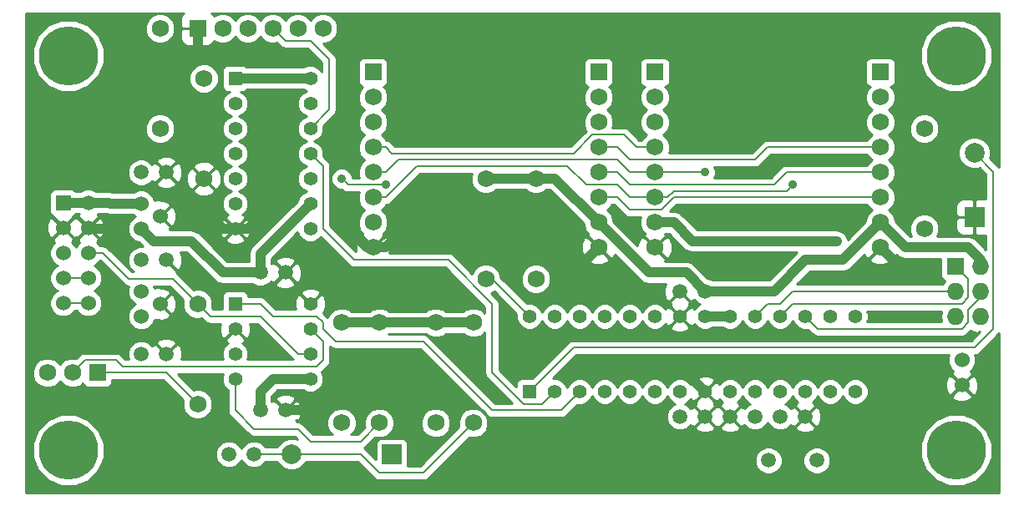
<source format=gbl>
%FSLAX36Y36*%
G04 Gerber Fmt 3.6, Leading zero omitted, Abs format (unit inch)*
G04 Created by KiCad (PCBNEW (2014-jul-16 BZR unknown)-product) date Sun 08 Feb 2015 09:31:18 PM PST*
%MOIN*%
G01*
G04 APERTURE LIST*
%ADD10C,0.003937*%
%ADD11C,0.059100*%
%ADD12C,0.078700*%
%ADD13R,0.078700X0.078700*%
%ADD14C,0.060000*%
%ADD15C,0.236220*%
%ADD16R,0.068000X0.068000*%
%ADD17C,0.068000*%
%ADD18R,0.060000X0.060000*%
%ADD19O,0.068000X0.068000*%
%ADD20R,0.055000X0.055000*%
%ADD21C,0.055000*%
%ADD22C,0.035000*%
%ADD23C,0.008000*%
%ADD24C,0.040000*%
%ADD25C,0.010000*%
G04 APERTURE END LIST*
D10*
D11*
X6575000Y-5575000D03*
X6675000Y-5575000D03*
X6675000Y-5075000D03*
X6575000Y-5075000D03*
X4900000Y-5000000D03*
X5000000Y-5000000D03*
X4900000Y-5550000D03*
X5000000Y-5550000D03*
X4425000Y-4600000D03*
X4525000Y-4600000D03*
X4425000Y-4950000D03*
X4525000Y-4950000D03*
X4775000Y-5725000D03*
X4875000Y-5725000D03*
X4425000Y-5325000D03*
X4525000Y-5325000D03*
X6875000Y-5575000D03*
X6775000Y-5575000D03*
X6975000Y-5575000D03*
X7075000Y-5575000D03*
D12*
X5025000Y-5725000D03*
D13*
X5425000Y-5725000D03*
D14*
X7700000Y-5350000D03*
X7700000Y-5450000D03*
D15*
X4133858Y-4133858D03*
X7677165Y-4133858D03*
X4133858Y-5708661D03*
X7677165Y-5708661D03*
D16*
X4250000Y-5400000D03*
D17*
X4150000Y-5400000D03*
X4050000Y-5400000D03*
D18*
X4113780Y-4721260D03*
D14*
X4213780Y-4721260D03*
X4113780Y-4821260D03*
X4213780Y-4821260D03*
X4113780Y-4921260D03*
X4213780Y-4921260D03*
X4113780Y-5021260D03*
X4213780Y-5021260D03*
X4113780Y-5121260D03*
X4213780Y-5121260D03*
D16*
X4650000Y-4025000D03*
D17*
X4750000Y-4025000D03*
X4850000Y-4025000D03*
X4950000Y-4025000D03*
X5050000Y-4025000D03*
X5150000Y-4025000D03*
D16*
X5350000Y-4200000D03*
X6250000Y-4200000D03*
D17*
X5350000Y-4300000D03*
X5350000Y-4400000D03*
X5350000Y-4500000D03*
X5350000Y-4600000D03*
X5350000Y-4700000D03*
X5350000Y-4800000D03*
X5350000Y-4900000D03*
X6250000Y-4300000D03*
X6250000Y-4400000D03*
X6250000Y-4500000D03*
X6250000Y-4600000D03*
X6250000Y-4700000D03*
X6250000Y-4800000D03*
X6250000Y-4900000D03*
D16*
X6475000Y-4200000D03*
X7375000Y-4200000D03*
D17*
X6475000Y-4300000D03*
X6475000Y-4400000D03*
X6475000Y-4500000D03*
X6475000Y-4600000D03*
X6475000Y-4700000D03*
X6475000Y-4800000D03*
X6475000Y-4900000D03*
X7375000Y-4300000D03*
X7375000Y-4400000D03*
X7375000Y-4500000D03*
X7375000Y-4600000D03*
X7375000Y-4700000D03*
X7375000Y-4800000D03*
X7375000Y-4900000D03*
D16*
X7675000Y-4975000D03*
D19*
X7775000Y-4975000D03*
X7675000Y-5075000D03*
X7775000Y-5075000D03*
X7675000Y-5175000D03*
X7775000Y-5175000D03*
D17*
X4500000Y-4025000D03*
X4500000Y-4425000D03*
X4675000Y-4625000D03*
X4675000Y-4225000D03*
X4650000Y-5125000D03*
X4650000Y-5525000D03*
X5600000Y-5600000D03*
X5600000Y-5200000D03*
X6000000Y-5025000D03*
X6000000Y-4625000D03*
X5225000Y-5600000D03*
X5225000Y-5200000D03*
X5375000Y-5600000D03*
X5375000Y-5200000D03*
X5750000Y-5600000D03*
X5750000Y-5200000D03*
X7550000Y-4825000D03*
X7550000Y-4425000D03*
X5800000Y-5025000D03*
X5800000Y-4625000D03*
D13*
X7750000Y-4778000D03*
D12*
X7750000Y-4522000D03*
D20*
X4800000Y-4225000D03*
D21*
X4800000Y-4325000D03*
X4800000Y-4425000D03*
X4800000Y-4525000D03*
X4800000Y-4625000D03*
X4800000Y-4725000D03*
X4800000Y-4825000D03*
X5100000Y-4825000D03*
X5100000Y-4725000D03*
X5100000Y-4625000D03*
X5100000Y-4525000D03*
X5100000Y-4425000D03*
X5100000Y-4325000D03*
X5100000Y-4225000D03*
D14*
X4425000Y-4725000D03*
X4500000Y-4775000D03*
X4425000Y-4825000D03*
D20*
X4800000Y-5125000D03*
D21*
X4800000Y-5225000D03*
X4800000Y-5325000D03*
X4800000Y-5425000D03*
X5100000Y-5425000D03*
X5100000Y-5325000D03*
X5100000Y-5225000D03*
X5100000Y-5125000D03*
D14*
X4425000Y-5075000D03*
X4500000Y-5125000D03*
X4425000Y-5175000D03*
D21*
X6075000Y-5475000D03*
X6175000Y-5475000D03*
X6275000Y-5475000D03*
X6375000Y-5475000D03*
X6475000Y-5475000D03*
X6575000Y-5475000D03*
X6675000Y-5475000D03*
X6775000Y-5475000D03*
X6875000Y-5475000D03*
X6975000Y-5475000D03*
X7075000Y-5475000D03*
X7175000Y-5475000D03*
X7275000Y-5475000D03*
D20*
X5975000Y-5475000D03*
D21*
X7275000Y-5175000D03*
X7175000Y-5175000D03*
X7075000Y-5175000D03*
X6975000Y-5175000D03*
X6875000Y-5175000D03*
X6775000Y-5175000D03*
X6675000Y-5175000D03*
X6575000Y-5175000D03*
X6475000Y-5175000D03*
X6375000Y-5175000D03*
X6275000Y-5175000D03*
X6175000Y-5175000D03*
X6075000Y-5175000D03*
X5975000Y-5175000D03*
D11*
X6928900Y-5750000D03*
X7121100Y-5750000D03*
D22*
X6575000Y-5375000D03*
X6200000Y-5375000D03*
X5950000Y-5375000D03*
X5900000Y-5175000D03*
X5900000Y-5000000D03*
X5800000Y-4900000D03*
X5775000Y-5375000D03*
X5625000Y-5275000D03*
X5675000Y-4625000D03*
X5625000Y-4350000D03*
X4950000Y-4150000D03*
X5100000Y-4150000D03*
X5250000Y-4025000D03*
X4550000Y-4200000D03*
X4675000Y-4750000D03*
X4975000Y-4700000D03*
X5200000Y-4525000D03*
X5575000Y-5100000D03*
X5225000Y-4800000D03*
X5175000Y-4950000D03*
X5375000Y-5050000D03*
X4675000Y-5325000D03*
X4700000Y-5450000D03*
X4300000Y-4825000D03*
X4350000Y-5250000D03*
X4525000Y-5225000D03*
X4350000Y-5475000D03*
X4525000Y-5500000D03*
X5350000Y-5475000D03*
X5750000Y-5750000D03*
X5125000Y-5775000D03*
X5125000Y-5600000D03*
X6050000Y-4350000D03*
X6325000Y-5050000D03*
X6150000Y-5000000D03*
X6825000Y-4500000D03*
X6700000Y-4950000D03*
X6825000Y-4600000D03*
X6950000Y-4750000D03*
X6625000Y-4750000D03*
X7300000Y-4750000D03*
X7475000Y-4750000D03*
X7200000Y-5350000D03*
X7500000Y-5025000D03*
X7500000Y-5175000D03*
X7350000Y-5350000D03*
X7500000Y-5350000D03*
X6900000Y-5350000D03*
X5250000Y-4375000D03*
X5400000Y-4650000D03*
X5225000Y-4625000D03*
X7200000Y-4875000D03*
X7025000Y-4650000D03*
X6675000Y-4600000D03*
D23*
X6400000Y-4500000D02*
X6475000Y-4500000D01*
X6350000Y-4450000D02*
X6400000Y-4500000D01*
X6225000Y-4450000D02*
X6350000Y-4450000D01*
X6925000Y-5125000D02*
X6975000Y-5125000D01*
X6975000Y-5125000D02*
X7025000Y-5075000D01*
X7025000Y-5075000D02*
X7675000Y-5075000D01*
X6875000Y-5175000D02*
X6925000Y-5125000D01*
X5400000Y-4500000D02*
X5350000Y-4500000D01*
X6150000Y-4525000D02*
X5425000Y-4525000D01*
X5425000Y-4525000D02*
X5400000Y-4500000D01*
X6225000Y-4450000D02*
X6150000Y-4525000D01*
D24*
X6675000Y-5475000D02*
X6575000Y-5375000D01*
X5950000Y-5375000D02*
X5900000Y-5325000D01*
X5900000Y-5325000D02*
X5900000Y-5175000D01*
X5900000Y-5000000D02*
X5800000Y-4900000D01*
X6575000Y-5375000D02*
X6200000Y-5375000D01*
X5775000Y-5375000D02*
X5675000Y-5275000D01*
X5675000Y-5275000D02*
X5625000Y-5275000D01*
X4925000Y-4125000D02*
X4675000Y-4125000D01*
X4675000Y-4125000D02*
X4650000Y-4100000D01*
X4650000Y-4100000D02*
X4650000Y-4025000D01*
X5625000Y-4350000D02*
X5300000Y-4025000D01*
X5400000Y-4900000D02*
X5675000Y-4625000D01*
X5350000Y-4900000D02*
X5400000Y-4900000D01*
X5100000Y-4150000D02*
X4950000Y-4150000D01*
X5300000Y-4025000D02*
X5250000Y-4025000D01*
X4950000Y-4150000D02*
X4925000Y-4125000D01*
X4625000Y-4125000D02*
X4550000Y-4200000D01*
X4675000Y-4125000D02*
X4625000Y-4125000D01*
X4750000Y-4825000D02*
X4800000Y-4825000D01*
X4675000Y-4750000D02*
X4750000Y-4825000D01*
X4850000Y-4825000D02*
X4975000Y-4700000D01*
X4800000Y-4825000D02*
X4850000Y-4825000D01*
X5250000Y-4050000D02*
X5250000Y-4450000D01*
X5250000Y-4025000D02*
X5250000Y-4050000D01*
X5250000Y-4475000D02*
X5200000Y-4525000D01*
X5250000Y-4450000D02*
X5250000Y-4475000D01*
X5350000Y-4900000D02*
X5325000Y-4900000D01*
X5425000Y-5100000D02*
X5575000Y-5100000D01*
X5175000Y-4950000D02*
X5275000Y-5050000D01*
X5325000Y-4900000D02*
X5225000Y-4800000D01*
X5275000Y-5050000D02*
X5375000Y-5050000D01*
X5375000Y-5050000D02*
X5425000Y-5100000D01*
X4213780Y-4821260D02*
X4217520Y-4825000D01*
X4575000Y-5225000D02*
X4675000Y-5325000D01*
X4217520Y-4825000D02*
X4300000Y-4825000D01*
D23*
X4350000Y-5250000D02*
X4500000Y-5250000D01*
X4500000Y-5250000D02*
X4525000Y-5225000D01*
D24*
X4525000Y-5225000D02*
X4575000Y-5225000D01*
X4350000Y-5475000D02*
X4375000Y-5500000D01*
X4375000Y-5500000D02*
X4525000Y-5500000D01*
X5075000Y-5550000D02*
X5125000Y-5600000D01*
X5000000Y-5550000D02*
X5075000Y-5550000D01*
X5125000Y-5575000D02*
X5225000Y-5475000D01*
X5225000Y-5475000D02*
X5350000Y-5475000D01*
X5125000Y-5600000D02*
X5125000Y-5575000D01*
X5200000Y-5850000D02*
X5650000Y-5850000D01*
X5650000Y-5850000D02*
X5750000Y-5750000D01*
X5125000Y-5775000D02*
X5200000Y-5850000D01*
X5625000Y-4350000D02*
X6050000Y-4350000D01*
X6200000Y-5050000D02*
X6325000Y-5050000D01*
X6250000Y-4900000D02*
X6150000Y-5000000D01*
X6150000Y-5000000D02*
X6200000Y-5050000D01*
X6625000Y-4750000D02*
X6950000Y-4750000D01*
X6950000Y-4750000D02*
X7300000Y-4750000D01*
X6875000Y-5375000D02*
X6575000Y-5375000D01*
X6900000Y-5350000D02*
X7200000Y-5350000D01*
X7375000Y-4900000D02*
X7500000Y-5025000D01*
X7500000Y-5350000D02*
X7350000Y-5350000D01*
X7200000Y-5350000D02*
X7350000Y-5350000D01*
X6900000Y-5350000D02*
X6875000Y-5375000D01*
X5250000Y-4050000D02*
X5250000Y-4375000D01*
D23*
X7825000Y-4597000D02*
X7750000Y-4522000D01*
X7825000Y-5225000D02*
X7825000Y-4597000D01*
X7750000Y-5300000D02*
X7825000Y-5225000D01*
X6150000Y-5300000D02*
X7750000Y-5300000D01*
X5975000Y-5475000D02*
X6150000Y-5300000D01*
X4875000Y-5725000D02*
X5025000Y-5725000D01*
X5300000Y-5725000D02*
X5375000Y-5800000D01*
X5375000Y-5800000D02*
X5550000Y-5800000D01*
X5550000Y-5800000D02*
X5750000Y-5600000D01*
X5025000Y-5725000D02*
X5300000Y-5725000D01*
X5175000Y-4350000D02*
X5175000Y-4150000D01*
X5175000Y-4150000D02*
X5100000Y-4075000D01*
X5100000Y-4425000D02*
X5175000Y-4350000D01*
X5000000Y-4075000D02*
X5100000Y-4075000D01*
X4950000Y-4025000D02*
X5000000Y-4075000D01*
X5250000Y-4650000D02*
X5225000Y-4625000D01*
X5400000Y-4650000D02*
X5250000Y-4650000D01*
X6100000Y-5550000D02*
X5825000Y-5550000D01*
X5825000Y-5550000D02*
X5550000Y-5275000D01*
X5550000Y-5275000D02*
X5200000Y-5275000D01*
X5200000Y-5275000D02*
X5150000Y-5225000D01*
X5150000Y-5225000D02*
X5150000Y-5200000D01*
X5150000Y-5200000D02*
X5125000Y-5175000D01*
X5125000Y-5175000D02*
X4950000Y-5175000D01*
X4950000Y-5175000D02*
X4900000Y-5125000D01*
X4900000Y-5125000D02*
X4800000Y-5125000D01*
X6175000Y-5475000D02*
X6100000Y-5550000D01*
X6025000Y-5525000D02*
X5950000Y-5525000D01*
X5950000Y-5525000D02*
X5825000Y-5400000D01*
X5825000Y-5400000D02*
X5825000Y-5125000D01*
X5825000Y-5125000D02*
X5650000Y-4950000D01*
X6075000Y-5475000D02*
X6025000Y-5525000D01*
X5150000Y-4575000D02*
X5150000Y-4825000D01*
X5150000Y-4825000D02*
X5275000Y-4950000D01*
X5275000Y-4950000D02*
X5650000Y-4950000D01*
X5100000Y-4525000D02*
X5150000Y-4575000D01*
X4525000Y-5400000D02*
X4650000Y-5525000D01*
X4250000Y-5400000D02*
X4525000Y-5400000D01*
X5150000Y-5275000D02*
X5150000Y-5350000D01*
X5150000Y-5350000D02*
X5125000Y-5375000D01*
X5125000Y-5375000D02*
X4350000Y-5375000D01*
X4350000Y-5375000D02*
X4325000Y-5350000D01*
X4325000Y-5350000D02*
X4200000Y-5350000D01*
X4200000Y-5350000D02*
X4150000Y-5400000D01*
X5100000Y-5225000D02*
X5150000Y-5275000D01*
X4213780Y-5021260D02*
X4113780Y-5021260D01*
X4213780Y-5121260D02*
X4113780Y-5121260D01*
D24*
X4113780Y-4721260D02*
X4213780Y-4721260D01*
X4296260Y-4721260D02*
X4300000Y-4725000D01*
X4300000Y-4725000D02*
X4425000Y-4725000D01*
X4213780Y-4721260D02*
X4296260Y-4721260D01*
X6550000Y-4800000D02*
X6625000Y-4875000D01*
X6625000Y-4875000D02*
X7200000Y-4875000D01*
X6475000Y-4800000D02*
X6550000Y-4800000D01*
D23*
X5050000Y-5325000D02*
X4900000Y-5175000D01*
X4900000Y-5175000D02*
X4700000Y-5175000D01*
X4700000Y-5175000D02*
X4650000Y-5125000D01*
X5100000Y-5325000D02*
X5050000Y-5325000D01*
X4550000Y-5025000D02*
X4375000Y-5025000D01*
X4375000Y-5025000D02*
X4271260Y-4921260D01*
X4271260Y-4921260D02*
X4213780Y-4921260D01*
X4650000Y-5125000D02*
X4550000Y-5025000D01*
X5300000Y-5675000D02*
X5100000Y-5675000D01*
X5100000Y-5675000D02*
X5050000Y-5625000D01*
X5050000Y-5625000D02*
X4875000Y-5625000D01*
X4875000Y-5625000D02*
X4800000Y-5550000D01*
X4800000Y-5550000D02*
X4800000Y-5425000D01*
X5375000Y-5600000D02*
X5300000Y-5675000D01*
D24*
X4475000Y-4875000D02*
X4625000Y-4875000D01*
X4625000Y-4875000D02*
X4750000Y-5000000D01*
X4750000Y-5000000D02*
X4900000Y-5000000D01*
X4425000Y-4825000D02*
X4475000Y-4875000D01*
X4800000Y-4225000D02*
X5100000Y-4225000D01*
X6675000Y-5175000D02*
X6775000Y-5175000D01*
X6600000Y-5000000D02*
X6675000Y-5075000D01*
X6450000Y-5000000D02*
X6600000Y-5000000D01*
X6250000Y-4800000D02*
X6450000Y-5000000D01*
X6075000Y-4625000D02*
X6000000Y-4625000D01*
X6250000Y-4800000D02*
X6075000Y-4625000D01*
X6000000Y-4625000D02*
X5800000Y-4625000D01*
X6950000Y-5075000D02*
X6675000Y-5075000D01*
X7225000Y-4950000D02*
X7075000Y-4950000D01*
X7075000Y-4950000D02*
X6950000Y-5075000D01*
X7375000Y-4800000D02*
X7225000Y-4950000D01*
X7475000Y-4900000D02*
X7375000Y-4800000D01*
X7725000Y-4900000D02*
X7475000Y-4900000D01*
X7775000Y-4950000D02*
X7725000Y-4900000D01*
X7775000Y-4975000D02*
X7775000Y-4950000D01*
X5225000Y-5200000D02*
X5375000Y-5200000D01*
X5375000Y-5200000D02*
X5600000Y-5200000D01*
X5600000Y-5200000D02*
X5750000Y-5200000D01*
X4900000Y-4925000D02*
X5100000Y-4725000D01*
X4900000Y-5000000D02*
X4900000Y-4925000D01*
X4950000Y-5425000D02*
X4900000Y-5475000D01*
X4900000Y-5475000D02*
X4900000Y-5550000D01*
X5100000Y-5425000D02*
X4950000Y-5425000D01*
D23*
X6325000Y-4500000D02*
X6375000Y-4550000D01*
X6375000Y-4550000D02*
X6875000Y-4550000D01*
X6875000Y-4550000D02*
X6925000Y-4500000D01*
X6925000Y-4500000D02*
X7375000Y-4500000D01*
X6250000Y-4500000D02*
X6325000Y-4500000D01*
X5525000Y-4575000D02*
X5400000Y-4700000D01*
X6475000Y-4700000D02*
X6375000Y-4700000D01*
X5400000Y-4700000D02*
X5350000Y-4700000D01*
X6325000Y-4650000D02*
X6200000Y-4650000D01*
X6375000Y-4700000D02*
X6325000Y-4650000D01*
X6200000Y-4650000D02*
X6125000Y-4575000D01*
X7775000Y-5100000D02*
X7775000Y-5075000D01*
X7125000Y-5225000D02*
X7700000Y-5225000D01*
X7700000Y-5225000D02*
X7725000Y-5200000D01*
X7725000Y-5200000D02*
X7725000Y-5150000D01*
X7725000Y-5150000D02*
X7775000Y-5100000D01*
X7075000Y-5175000D02*
X7125000Y-5225000D01*
X7025000Y-4650000D02*
X7000000Y-4675000D01*
X7000000Y-4675000D02*
X6550000Y-4675000D01*
X6550000Y-4675000D02*
X6525000Y-4700000D01*
X6525000Y-4700000D02*
X6475000Y-4700000D01*
X6125000Y-4575000D02*
X5525000Y-4575000D01*
X7025000Y-5125000D02*
X7700000Y-5125000D01*
X7700000Y-5125000D02*
X7725000Y-5100000D01*
X7725000Y-5100000D02*
X7725000Y-5025000D01*
X7725000Y-5025000D02*
X7675000Y-4975000D01*
X6975000Y-5175000D02*
X7025000Y-5125000D01*
X6675000Y-4600000D02*
X6475000Y-4600000D01*
X6375000Y-4600000D02*
X6325000Y-4550000D01*
X5400000Y-4600000D02*
X5350000Y-4600000D01*
X6475000Y-4600000D02*
X6375000Y-4600000D01*
X5450000Y-4550000D02*
X5400000Y-4600000D01*
X6325000Y-4550000D02*
X5450000Y-4550000D01*
X6550000Y-4700000D02*
X6500000Y-4750000D01*
X6500000Y-4750000D02*
X6375000Y-4750000D01*
X6375000Y-4750000D02*
X6325000Y-4700000D01*
X6325000Y-4700000D02*
X6250000Y-4700000D01*
X7375000Y-4700000D02*
X6550000Y-4700000D01*
X6325000Y-4600000D02*
X6375000Y-4650000D01*
X6375000Y-4650000D02*
X6950000Y-4650000D01*
X6950000Y-4650000D02*
X7000000Y-4600000D01*
X7000000Y-4600000D02*
X7375000Y-4600000D01*
X6250000Y-4600000D02*
X6325000Y-4600000D01*
X5825000Y-5025000D02*
X5975000Y-5175000D01*
X5800000Y-5025000D02*
X5825000Y-5025000D01*
D25*
G36*
X5796000Y-5162569D02*
X5783464Y-5150011D01*
X5761787Y-5141010D01*
X5738316Y-5140990D01*
X5716623Y-5149953D01*
X5711567Y-5155000D01*
X5638444Y-5155000D01*
X5633464Y-5150011D01*
X5611787Y-5141010D01*
X5588316Y-5140990D01*
X5566623Y-5149953D01*
X5561567Y-5155000D01*
X5413444Y-5155000D01*
X5408464Y-5150011D01*
X5386787Y-5141010D01*
X5363316Y-5140990D01*
X5341623Y-5149953D01*
X5336567Y-5155000D01*
X5263444Y-5155000D01*
X5258464Y-5150011D01*
X5236787Y-5141010D01*
X5213316Y-5140990D01*
X5191623Y-5149953D01*
X5175011Y-5166536D01*
X5169887Y-5178875D01*
X5152295Y-5161283D01*
X5162190Y-5138902D01*
X5162776Y-5114045D01*
X5153805Y-5090855D01*
X5152136Y-5088357D01*
X5139573Y-5086841D01*
X5138159Y-5088255D01*
X5138159Y-5085427D01*
X5136643Y-5072864D01*
X5113902Y-5062810D01*
X5089045Y-5062224D01*
X5065855Y-5071195D01*
X5064840Y-5071873D01*
X5064840Y-4988718D01*
X5055587Y-4964763D01*
X5053827Y-4962129D01*
X5041052Y-4960363D01*
X5039637Y-4961777D01*
X5039637Y-4958948D01*
X5037871Y-4946173D01*
X5014390Y-4935778D01*
X4988718Y-4935160D01*
X4964763Y-4944413D01*
X4962129Y-4946173D01*
X4960363Y-4958948D01*
X5000000Y-4998586D01*
X5039637Y-4958948D01*
X5039637Y-4961777D01*
X5001414Y-5000000D01*
X5041052Y-5039637D01*
X5053827Y-5037871D01*
X5064222Y-5014390D01*
X5064840Y-4988718D01*
X5064840Y-5071873D01*
X5063357Y-5072864D01*
X5061841Y-5085427D01*
X5100000Y-5123586D01*
X5138159Y-5085427D01*
X5138159Y-5088255D01*
X5101414Y-5125000D01*
X5101971Y-5125557D01*
X5100557Y-5126971D01*
X5100000Y-5126414D01*
X5099443Y-5126971D01*
X5098029Y-5125557D01*
X5098586Y-5125000D01*
X5060427Y-5086841D01*
X5047864Y-5088357D01*
X5039637Y-5106966D01*
X5039637Y-5041052D01*
X5000000Y-5001414D01*
X4960363Y-5041052D01*
X4962129Y-5053827D01*
X4985610Y-5064222D01*
X5011282Y-5064840D01*
X5035237Y-5055587D01*
X5037871Y-5053827D01*
X5039637Y-5041052D01*
X5039637Y-5106966D01*
X5037810Y-5111098D01*
X5037224Y-5135955D01*
X5041110Y-5146000D01*
X4962012Y-5146000D01*
X4920506Y-5104494D01*
X4911098Y-5098207D01*
X4900000Y-5096000D01*
X4852500Y-5096000D01*
X4852500Y-5092527D01*
X4848694Y-5083339D01*
X4841661Y-5076306D01*
X4832473Y-5072500D01*
X4822527Y-5072500D01*
X4767527Y-5072500D01*
X4758339Y-5076306D01*
X4751306Y-5083339D01*
X4747500Y-5092527D01*
X4747500Y-5102473D01*
X4747500Y-5146000D01*
X4712012Y-5146000D01*
X4707173Y-5141161D01*
X4708990Y-5136787D01*
X4709010Y-5113316D01*
X4700047Y-5091623D01*
X4683464Y-5075011D01*
X4661787Y-5066010D01*
X4638316Y-5065990D01*
X4633848Y-5067836D01*
X4570506Y-5004494D01*
X4563433Y-4999767D01*
X4564637Y-4991052D01*
X4525000Y-4951414D01*
X4524443Y-4951971D01*
X4523029Y-4950557D01*
X4523586Y-4950000D01*
X4523029Y-4949443D01*
X4524443Y-4948029D01*
X4525000Y-4948586D01*
X4525557Y-4948029D01*
X4526971Y-4949443D01*
X4526414Y-4950000D01*
X4566052Y-4989637D01*
X4578827Y-4987871D01*
X4589222Y-4964390D01*
X4589840Y-4938718D01*
X4582610Y-4920000D01*
X4606360Y-4920000D01*
X4718180Y-5031820D01*
X4732779Y-5041575D01*
X4750000Y-5045000D01*
X4867843Y-5045000D01*
X4869060Y-5046218D01*
X4889102Y-5054541D01*
X4910803Y-5054559D01*
X4930860Y-5046272D01*
X4943718Y-5033437D01*
X4944413Y-5035237D01*
X4946173Y-5037871D01*
X4958948Y-5039637D01*
X4998586Y-5000000D01*
X4958948Y-4960363D01*
X4946173Y-4962129D01*
X4945000Y-4964779D01*
X4945000Y-4943640D01*
X5049173Y-4839467D01*
X5055467Y-4854700D01*
X5070222Y-4869481D01*
X5089511Y-4877491D01*
X5110397Y-4877509D01*
X5129700Y-4869533D01*
X5141621Y-4857633D01*
X5254494Y-4970506D01*
X5263902Y-4976793D01*
X5275000Y-4979000D01*
X5637988Y-4979000D01*
X5796000Y-5137012D01*
X5796000Y-5162569D01*
X5796000Y-5162569D01*
G37*
X5796000Y-5162569D02*
X5783464Y-5150011D01*
X5761787Y-5141010D01*
X5738316Y-5140990D01*
X5716623Y-5149953D01*
X5711567Y-5155000D01*
X5638444Y-5155000D01*
X5633464Y-5150011D01*
X5611787Y-5141010D01*
X5588316Y-5140990D01*
X5566623Y-5149953D01*
X5561567Y-5155000D01*
X5413444Y-5155000D01*
X5408464Y-5150011D01*
X5386787Y-5141010D01*
X5363316Y-5140990D01*
X5341623Y-5149953D01*
X5336567Y-5155000D01*
X5263444Y-5155000D01*
X5258464Y-5150011D01*
X5236787Y-5141010D01*
X5213316Y-5140990D01*
X5191623Y-5149953D01*
X5175011Y-5166536D01*
X5169887Y-5178875D01*
X5152295Y-5161283D01*
X5162190Y-5138902D01*
X5162776Y-5114045D01*
X5153805Y-5090855D01*
X5152136Y-5088357D01*
X5139573Y-5086841D01*
X5138159Y-5088255D01*
X5138159Y-5085427D01*
X5136643Y-5072864D01*
X5113902Y-5062810D01*
X5089045Y-5062224D01*
X5065855Y-5071195D01*
X5064840Y-5071873D01*
X5064840Y-4988718D01*
X5055587Y-4964763D01*
X5053827Y-4962129D01*
X5041052Y-4960363D01*
X5039637Y-4961777D01*
X5039637Y-4958948D01*
X5037871Y-4946173D01*
X5014390Y-4935778D01*
X4988718Y-4935160D01*
X4964763Y-4944413D01*
X4962129Y-4946173D01*
X4960363Y-4958948D01*
X5000000Y-4998586D01*
X5039637Y-4958948D01*
X5039637Y-4961777D01*
X5001414Y-5000000D01*
X5041052Y-5039637D01*
X5053827Y-5037871D01*
X5064222Y-5014390D01*
X5064840Y-4988718D01*
X5064840Y-5071873D01*
X5063357Y-5072864D01*
X5061841Y-5085427D01*
X5100000Y-5123586D01*
X5138159Y-5085427D01*
X5138159Y-5088255D01*
X5101414Y-5125000D01*
X5101971Y-5125557D01*
X5100557Y-5126971D01*
X5100000Y-5126414D01*
X5099443Y-5126971D01*
X5098029Y-5125557D01*
X5098586Y-5125000D01*
X5060427Y-5086841D01*
X5047864Y-5088357D01*
X5039637Y-5106966D01*
X5039637Y-5041052D01*
X5000000Y-5001414D01*
X4960363Y-5041052D01*
X4962129Y-5053827D01*
X4985610Y-5064222D01*
X5011282Y-5064840D01*
X5035237Y-5055587D01*
X5037871Y-5053827D01*
X5039637Y-5041052D01*
X5039637Y-5106966D01*
X5037810Y-5111098D01*
X5037224Y-5135955D01*
X5041110Y-5146000D01*
X4962012Y-5146000D01*
X4920506Y-5104494D01*
X4911098Y-5098207D01*
X4900000Y-5096000D01*
X4852500Y-5096000D01*
X4852500Y-5092527D01*
X4848694Y-5083339D01*
X4841661Y-5076306D01*
X4832473Y-5072500D01*
X4822527Y-5072500D01*
X4767527Y-5072500D01*
X4758339Y-5076306D01*
X4751306Y-5083339D01*
X4747500Y-5092527D01*
X4747500Y-5102473D01*
X4747500Y-5146000D01*
X4712012Y-5146000D01*
X4707173Y-5141161D01*
X4708990Y-5136787D01*
X4709010Y-5113316D01*
X4700047Y-5091623D01*
X4683464Y-5075011D01*
X4661787Y-5066010D01*
X4638316Y-5065990D01*
X4633848Y-5067836D01*
X4570506Y-5004494D01*
X4563433Y-4999767D01*
X4564637Y-4991052D01*
X4525000Y-4951414D01*
X4524443Y-4951971D01*
X4523029Y-4950557D01*
X4523586Y-4950000D01*
X4523029Y-4949443D01*
X4524443Y-4948029D01*
X4525000Y-4948586D01*
X4525557Y-4948029D01*
X4526971Y-4949443D01*
X4526414Y-4950000D01*
X4566052Y-4989637D01*
X4578827Y-4987871D01*
X4589222Y-4964390D01*
X4589840Y-4938718D01*
X4582610Y-4920000D01*
X4606360Y-4920000D01*
X4718180Y-5031820D01*
X4732779Y-5041575D01*
X4750000Y-5045000D01*
X4867843Y-5045000D01*
X4869060Y-5046218D01*
X4889102Y-5054541D01*
X4910803Y-5054559D01*
X4930860Y-5046272D01*
X4943718Y-5033437D01*
X4944413Y-5035237D01*
X4946173Y-5037871D01*
X4958948Y-5039637D01*
X4998586Y-5000000D01*
X4958948Y-4960363D01*
X4946173Y-4962129D01*
X4945000Y-4964779D01*
X4945000Y-4943640D01*
X5049173Y-4839467D01*
X5055467Y-4854700D01*
X5070222Y-4869481D01*
X5089511Y-4877491D01*
X5110397Y-4877509D01*
X5129700Y-4869533D01*
X5141621Y-4857633D01*
X5254494Y-4970506D01*
X5263902Y-4976793D01*
X5275000Y-4979000D01*
X5637988Y-4979000D01*
X5796000Y-5137012D01*
X5796000Y-5162569D01*
G36*
X5904988Y-5521000D02*
X5837012Y-5521000D01*
X5570506Y-5254494D01*
X5561098Y-5248207D01*
X5550000Y-5246000D01*
X5412431Y-5246000D01*
X5413433Y-5245000D01*
X5561556Y-5245000D01*
X5566536Y-5249989D01*
X5588213Y-5258990D01*
X5611684Y-5259010D01*
X5633377Y-5250047D01*
X5638433Y-5245000D01*
X5711556Y-5245000D01*
X5716536Y-5249989D01*
X5738213Y-5258990D01*
X5761684Y-5259010D01*
X5783377Y-5250047D01*
X5796000Y-5237446D01*
X5796000Y-5400000D01*
X5798207Y-5411098D01*
X5804494Y-5420506D01*
X5904988Y-5521000D01*
X5904988Y-5521000D01*
G37*
X5904988Y-5521000D02*
X5837012Y-5521000D01*
X5570506Y-5254494D01*
X5561098Y-5248207D01*
X5550000Y-5246000D01*
X5412431Y-5246000D01*
X5413433Y-5245000D01*
X5561556Y-5245000D01*
X5566536Y-5249989D01*
X5588213Y-5258990D01*
X5611684Y-5259010D01*
X5633377Y-5250047D01*
X5638433Y-5245000D01*
X5711556Y-5245000D01*
X5716536Y-5249989D01*
X5738213Y-5258990D01*
X5761684Y-5259010D01*
X5783377Y-5250047D01*
X5796000Y-5237446D01*
X5796000Y-5400000D01*
X5798207Y-5411098D01*
X5804494Y-5420506D01*
X5904988Y-5521000D01*
G36*
X7041360Y-4920000D02*
X6931360Y-5030000D01*
X6707157Y-5030000D01*
X6705940Y-5028782D01*
X6685898Y-5020459D01*
X6684098Y-5020458D01*
X6631820Y-4968180D01*
X6617221Y-4958425D01*
X6600000Y-4955000D01*
X6544322Y-4955000D01*
X6544322Y-4888008D01*
X6534456Y-4862392D01*
X6532498Y-4859461D01*
X6519260Y-4857154D01*
X6476414Y-4900000D01*
X6519260Y-4942846D01*
X6532498Y-4940539D01*
X6543634Y-4915449D01*
X6544322Y-4888008D01*
X6544322Y-4955000D01*
X6515974Y-4955000D01*
X6517846Y-4944260D01*
X6475000Y-4901414D01*
X6474443Y-4901971D01*
X6473029Y-4900557D01*
X6473586Y-4900000D01*
X6430740Y-4857154D01*
X6417502Y-4859461D01*
X6406366Y-4884551D01*
X6406166Y-4892526D01*
X6309004Y-4795364D01*
X6309010Y-4788316D01*
X6300047Y-4766623D01*
X6283464Y-4750011D01*
X6283428Y-4749996D01*
X6299989Y-4733464D01*
X6301842Y-4729000D01*
X6312988Y-4729000D01*
X6354494Y-4770506D01*
X6363902Y-4776793D01*
X6375000Y-4779000D01*
X6419836Y-4779000D01*
X6416010Y-4788213D01*
X6415990Y-4811684D01*
X6424953Y-4833377D01*
X6434402Y-4842843D01*
X6432154Y-4855740D01*
X6475000Y-4898586D01*
X6517846Y-4855740D01*
X6515974Y-4845000D01*
X6531360Y-4845000D01*
X6593180Y-4906820D01*
X6607779Y-4916575D01*
X6625000Y-4920000D01*
X7041360Y-4920000D01*
X7041360Y-4920000D01*
G37*
X7041360Y-4920000D02*
X6931360Y-5030000D01*
X6707157Y-5030000D01*
X6705940Y-5028782D01*
X6685898Y-5020459D01*
X6684098Y-5020458D01*
X6631820Y-4968180D01*
X6617221Y-4958425D01*
X6600000Y-4955000D01*
X6544322Y-4955000D01*
X6544322Y-4888008D01*
X6534456Y-4862392D01*
X6532498Y-4859461D01*
X6519260Y-4857154D01*
X6476414Y-4900000D01*
X6519260Y-4942846D01*
X6532498Y-4940539D01*
X6543634Y-4915449D01*
X6544322Y-4888008D01*
X6544322Y-4955000D01*
X6515974Y-4955000D01*
X6517846Y-4944260D01*
X6475000Y-4901414D01*
X6474443Y-4901971D01*
X6473029Y-4900557D01*
X6473586Y-4900000D01*
X6430740Y-4857154D01*
X6417502Y-4859461D01*
X6406366Y-4884551D01*
X6406166Y-4892526D01*
X6309004Y-4795364D01*
X6309010Y-4788316D01*
X6300047Y-4766623D01*
X6283464Y-4750011D01*
X6283428Y-4749996D01*
X6299989Y-4733464D01*
X6301842Y-4729000D01*
X6312988Y-4729000D01*
X6354494Y-4770506D01*
X6363902Y-4776793D01*
X6375000Y-4779000D01*
X6419836Y-4779000D01*
X6416010Y-4788213D01*
X6415990Y-4811684D01*
X6424953Y-4833377D01*
X6434402Y-4842843D01*
X6432154Y-4855740D01*
X6475000Y-4898586D01*
X6517846Y-4855740D01*
X6515974Y-4845000D01*
X6531360Y-4845000D01*
X6593180Y-4906820D01*
X6607779Y-4916575D01*
X6625000Y-4920000D01*
X7041360Y-4920000D01*
G36*
X7341572Y-4550004D02*
X7325011Y-4566536D01*
X7323158Y-4571000D01*
X7000000Y-4571000D01*
X6988902Y-4573207D01*
X6979494Y-4579494D01*
X6937988Y-4621000D01*
X6712298Y-4621000D01*
X6717493Y-4608491D01*
X6717507Y-4591583D01*
X6712308Y-4579000D01*
X6875000Y-4579000D01*
X6886098Y-4576793D01*
X6895506Y-4570506D01*
X6937012Y-4529000D01*
X7323144Y-4529000D01*
X7324953Y-4533377D01*
X7341536Y-4549989D01*
X7341572Y-4550004D01*
X7341572Y-4550004D01*
G37*
X7341572Y-4550004D02*
X7325011Y-4566536D01*
X7323158Y-4571000D01*
X7000000Y-4571000D01*
X6988902Y-4573207D01*
X6979494Y-4579494D01*
X6937988Y-4621000D01*
X6712298Y-4621000D01*
X6717493Y-4608491D01*
X6717507Y-4591583D01*
X6712308Y-4579000D01*
X6875000Y-4579000D01*
X6886098Y-4576793D01*
X6895506Y-4570506D01*
X6937012Y-4529000D01*
X7323144Y-4529000D01*
X7324953Y-4533377D01*
X7341536Y-4549989D01*
X7341572Y-4550004D01*
G36*
X7341572Y-4750004D02*
X7325011Y-4766536D01*
X7316010Y-4788213D01*
X7316004Y-4795356D01*
X7243567Y-4867794D01*
X7241575Y-4857779D01*
X7231820Y-4843180D01*
X7217221Y-4833425D01*
X7200000Y-4830000D01*
X6643640Y-4830000D01*
X6581820Y-4768180D01*
X6567221Y-4758425D01*
X6550000Y-4755000D01*
X6536012Y-4755000D01*
X6562012Y-4729000D01*
X7323144Y-4729000D01*
X7324953Y-4733377D01*
X7341536Y-4749989D01*
X7341572Y-4750004D01*
X7341572Y-4750004D01*
G37*
X7341572Y-4750004D02*
X7325011Y-4766536D01*
X7316010Y-4788213D01*
X7316004Y-4795356D01*
X7243567Y-4867794D01*
X7241575Y-4857779D01*
X7231820Y-4843180D01*
X7217221Y-4833425D01*
X7200000Y-4830000D01*
X6643640Y-4830000D01*
X6581820Y-4768180D01*
X6567221Y-4758425D01*
X6550000Y-4755000D01*
X6536012Y-4755000D01*
X6562012Y-4729000D01*
X7323144Y-4729000D01*
X7324953Y-4733377D01*
X7341536Y-4749989D01*
X7341572Y-4750004D01*
G36*
X7619947Y-5196000D02*
X7323126Y-5196000D01*
X7327491Y-5185489D01*
X7327509Y-5164603D01*
X7323128Y-5154000D01*
X7619947Y-5154000D01*
X7616000Y-5173844D01*
X7616000Y-5176156D01*
X7619947Y-5196000D01*
X7619947Y-5196000D01*
G37*
X7619947Y-5196000D02*
X7323126Y-5196000D01*
X7327491Y-5185489D01*
X7327509Y-5164603D01*
X7323128Y-5154000D01*
X7619947Y-5154000D01*
X7616000Y-5173844D01*
X7616000Y-5176156D01*
X7619947Y-5196000D01*
G36*
X7632895Y-5032702D02*
X7624010Y-5046000D01*
X7417846Y-5046000D01*
X7417846Y-4944260D01*
X7375000Y-4901414D01*
X7332154Y-4944260D01*
X7334461Y-4957498D01*
X7359551Y-4968634D01*
X7386992Y-4969322D01*
X7412608Y-4959456D01*
X7415539Y-4957498D01*
X7417846Y-4944260D01*
X7417846Y-5046000D01*
X7042640Y-5046000D01*
X7093640Y-4995000D01*
X7225000Y-4995000D01*
X7242221Y-4991575D01*
X7256820Y-4981820D01*
X7311509Y-4927131D01*
X7315544Y-4937608D01*
X7317502Y-4940539D01*
X7330740Y-4942846D01*
X7373586Y-4900000D01*
X7373029Y-4899443D01*
X7374443Y-4898029D01*
X7375000Y-4898586D01*
X7375557Y-4898029D01*
X7376971Y-4899443D01*
X7376414Y-4900000D01*
X7419260Y-4942846D01*
X7432498Y-4940539D01*
X7438462Y-4927102D01*
X7443180Y-4931820D01*
X7457779Y-4941575D01*
X7475000Y-4945000D01*
X7616000Y-4945000D01*
X7616000Y-4945973D01*
X7616000Y-5013973D01*
X7619806Y-5023161D01*
X7626839Y-5030194D01*
X7632895Y-5032702D01*
X7632895Y-5032702D01*
G37*
X7632895Y-5032702D02*
X7624010Y-5046000D01*
X7417846Y-5046000D01*
X7417846Y-4944260D01*
X7375000Y-4901414D01*
X7332154Y-4944260D01*
X7334461Y-4957498D01*
X7359551Y-4968634D01*
X7386992Y-4969322D01*
X7412608Y-4959456D01*
X7415539Y-4957498D01*
X7417846Y-4944260D01*
X7417846Y-5046000D01*
X7042640Y-5046000D01*
X7093640Y-4995000D01*
X7225000Y-4995000D01*
X7242221Y-4991575D01*
X7256820Y-4981820D01*
X7311509Y-4927131D01*
X7315544Y-4937608D01*
X7317502Y-4940539D01*
X7330740Y-4942846D01*
X7373586Y-4900000D01*
X7373029Y-4899443D01*
X7374443Y-4898029D01*
X7375000Y-4898586D01*
X7375557Y-4898029D01*
X7376971Y-4899443D01*
X7376414Y-4900000D01*
X7419260Y-4942846D01*
X7432498Y-4940539D01*
X7438462Y-4927102D01*
X7443180Y-4931820D01*
X7457779Y-4941575D01*
X7475000Y-4945000D01*
X7616000Y-4945000D01*
X7616000Y-4945973D01*
X7616000Y-5013973D01*
X7619806Y-5023161D01*
X7626839Y-5030194D01*
X7632895Y-5032702D01*
G36*
X7776787Y-5176000D02*
X7776000Y-5176000D01*
X7776000Y-5176787D01*
X7774000Y-5176787D01*
X7774000Y-5176000D01*
X7773213Y-5176000D01*
X7773213Y-5174000D01*
X7774000Y-5174000D01*
X7774000Y-5173213D01*
X7776000Y-5173213D01*
X7776000Y-5174000D01*
X7776787Y-5174000D01*
X7776787Y-5176000D01*
X7776787Y-5176000D01*
G37*
X7776787Y-5176000D02*
X7776000Y-5176000D01*
X7776000Y-5176787D01*
X7774000Y-5176787D01*
X7774000Y-5176000D01*
X7773213Y-5176000D01*
X7773213Y-5174000D01*
X7774000Y-5174000D01*
X7774000Y-5173213D01*
X7776000Y-5173213D01*
X7776000Y-5174000D01*
X7776787Y-5174000D01*
X7776787Y-5176000D01*
G36*
X7847047Y-4578800D02*
X7845506Y-4576494D01*
X7820300Y-4551288D01*
X7820300Y-4105517D01*
X7798559Y-4052899D01*
X7758337Y-4012606D01*
X7705757Y-3990773D01*
X7648824Y-3990723D01*
X7596206Y-4012465D01*
X7555913Y-4052687D01*
X7534080Y-4105267D01*
X7534030Y-4162200D01*
X7555772Y-4214818D01*
X7595994Y-4255110D01*
X7648574Y-4276944D01*
X7705507Y-4276993D01*
X7758125Y-4255252D01*
X7798418Y-4215030D01*
X7820251Y-4162450D01*
X7820300Y-4105517D01*
X7820300Y-4551288D01*
X7811267Y-4542255D01*
X7814339Y-4534856D01*
X7814361Y-4509256D01*
X7804585Y-4485596D01*
X7786499Y-4467479D01*
X7762856Y-4457661D01*
X7737256Y-4457639D01*
X7713596Y-4467415D01*
X7695479Y-4485501D01*
X7685661Y-4509144D01*
X7685639Y-4534744D01*
X7695415Y-4558404D01*
X7713501Y-4576521D01*
X7737144Y-4586339D01*
X7762744Y-4586361D01*
X7770248Y-4583260D01*
X7796000Y-4609012D01*
X7796000Y-4703650D01*
X7782388Y-4703650D01*
X7759750Y-4703650D01*
X7751000Y-4712400D01*
X7751000Y-4777000D01*
X7751787Y-4777000D01*
X7751787Y-4779000D01*
X7751000Y-4779000D01*
X7751000Y-4843600D01*
X7759750Y-4852350D01*
X7782388Y-4852350D01*
X7796000Y-4852350D01*
X7796000Y-4907360D01*
X7756820Y-4868180D01*
X7749000Y-4862955D01*
X7749000Y-4843600D01*
X7749000Y-4779000D01*
X7749000Y-4777000D01*
X7749000Y-4712400D01*
X7740250Y-4703650D01*
X7717612Y-4703650D01*
X7703688Y-4703650D01*
X7690824Y-4708978D01*
X7680978Y-4718824D01*
X7675650Y-4731688D01*
X7675650Y-4768250D01*
X7684400Y-4777000D01*
X7749000Y-4777000D01*
X7749000Y-4779000D01*
X7684400Y-4779000D01*
X7675650Y-4787750D01*
X7675650Y-4824312D01*
X7680978Y-4837176D01*
X7690824Y-4847022D01*
X7703688Y-4852350D01*
X7717612Y-4852350D01*
X7740250Y-4852350D01*
X7749000Y-4843600D01*
X7749000Y-4862955D01*
X7742221Y-4858425D01*
X7725000Y-4855000D01*
X7601427Y-4855000D01*
X7608990Y-4836787D01*
X7609010Y-4813316D01*
X7609010Y-4413316D01*
X7600047Y-4391623D01*
X7583464Y-4375011D01*
X7561787Y-4366010D01*
X7538316Y-4365990D01*
X7516623Y-4374953D01*
X7500011Y-4391536D01*
X7491010Y-4413213D01*
X7490990Y-4436684D01*
X7499953Y-4458377D01*
X7516536Y-4474989D01*
X7538213Y-4483990D01*
X7561684Y-4484010D01*
X7583377Y-4475047D01*
X7599989Y-4458464D01*
X7608990Y-4436787D01*
X7609010Y-4413316D01*
X7609010Y-4813316D01*
X7600047Y-4791623D01*
X7583464Y-4775011D01*
X7561787Y-4766010D01*
X7538316Y-4765990D01*
X7516623Y-4774953D01*
X7500011Y-4791536D01*
X7491010Y-4813213D01*
X7490990Y-4836684D01*
X7498558Y-4855000D01*
X7493640Y-4855000D01*
X7434004Y-4795364D01*
X7434010Y-4788316D01*
X7425047Y-4766623D01*
X7408464Y-4750011D01*
X7408428Y-4749996D01*
X7424989Y-4733464D01*
X7433990Y-4711787D01*
X7434010Y-4688316D01*
X7425047Y-4666623D01*
X7408464Y-4650011D01*
X7408428Y-4649996D01*
X7424989Y-4633464D01*
X7433990Y-4611787D01*
X7434010Y-4588316D01*
X7425047Y-4566623D01*
X7408464Y-4550011D01*
X7408428Y-4549996D01*
X7424989Y-4533464D01*
X7433990Y-4511787D01*
X7434010Y-4488316D01*
X7425047Y-4466623D01*
X7408464Y-4450011D01*
X7408428Y-4449996D01*
X7424989Y-4433464D01*
X7433990Y-4411787D01*
X7434010Y-4388316D01*
X7425047Y-4366623D01*
X7408464Y-4350011D01*
X7408428Y-4349996D01*
X7424989Y-4333464D01*
X7433990Y-4311787D01*
X7434010Y-4288316D01*
X7425047Y-4266623D01*
X7416424Y-4257985D01*
X7423161Y-4255194D01*
X7430194Y-4248161D01*
X7434000Y-4238973D01*
X7434000Y-4229027D01*
X7434000Y-4161027D01*
X7430194Y-4151839D01*
X7423161Y-4144806D01*
X7413973Y-4141000D01*
X7404027Y-4141000D01*
X7336027Y-4141000D01*
X7326839Y-4144806D01*
X7319806Y-4151839D01*
X7316000Y-4161027D01*
X7316000Y-4170973D01*
X7316000Y-4238973D01*
X7319806Y-4248161D01*
X7326839Y-4255194D01*
X7333577Y-4257985D01*
X7325011Y-4266536D01*
X7316010Y-4288213D01*
X7315990Y-4311684D01*
X7324953Y-4333377D01*
X7341536Y-4349989D01*
X7341572Y-4350004D01*
X7325011Y-4366536D01*
X7316010Y-4388213D01*
X7315990Y-4411684D01*
X7324953Y-4433377D01*
X7341536Y-4449989D01*
X7341572Y-4450004D01*
X7325011Y-4466536D01*
X7323158Y-4471000D01*
X6925000Y-4471000D01*
X6913902Y-4473207D01*
X6904494Y-4479494D01*
X6862988Y-4521000D01*
X6530164Y-4521000D01*
X6533990Y-4511787D01*
X6534010Y-4488316D01*
X6525047Y-4466623D01*
X6508464Y-4450011D01*
X6508428Y-4449996D01*
X6524989Y-4433464D01*
X6533990Y-4411787D01*
X6534010Y-4388316D01*
X6525047Y-4366623D01*
X6508464Y-4350011D01*
X6508428Y-4349996D01*
X6524989Y-4333464D01*
X6533990Y-4311787D01*
X6534010Y-4288316D01*
X6525047Y-4266623D01*
X6516424Y-4257985D01*
X6523161Y-4255194D01*
X6530194Y-4248161D01*
X6534000Y-4238973D01*
X6534000Y-4229027D01*
X6534000Y-4161027D01*
X6530194Y-4151839D01*
X6523161Y-4144806D01*
X6513973Y-4141000D01*
X6504027Y-4141000D01*
X6436027Y-4141000D01*
X6426839Y-4144806D01*
X6419806Y-4151839D01*
X6416000Y-4161027D01*
X6416000Y-4170973D01*
X6416000Y-4238973D01*
X6419806Y-4248161D01*
X6426839Y-4255194D01*
X6433577Y-4257985D01*
X6425011Y-4266536D01*
X6416010Y-4288213D01*
X6415990Y-4311684D01*
X6424953Y-4333377D01*
X6441536Y-4349989D01*
X6441572Y-4350004D01*
X6425011Y-4366536D01*
X6416010Y-4388213D01*
X6415990Y-4411684D01*
X6424953Y-4433377D01*
X6441536Y-4449989D01*
X6441572Y-4450004D01*
X6425011Y-4466536D01*
X6423158Y-4471000D01*
X6412012Y-4471000D01*
X6370506Y-4429494D01*
X6361098Y-4423207D01*
X6350000Y-4421000D01*
X6305164Y-4421000D01*
X6308990Y-4411787D01*
X6309010Y-4388316D01*
X6300047Y-4366623D01*
X6283464Y-4350011D01*
X6283428Y-4349996D01*
X6299989Y-4333464D01*
X6308990Y-4311787D01*
X6309010Y-4288316D01*
X6300047Y-4266623D01*
X6291424Y-4257985D01*
X6298161Y-4255194D01*
X6305194Y-4248161D01*
X6309000Y-4238973D01*
X6309000Y-4229027D01*
X6309000Y-4161027D01*
X6305194Y-4151839D01*
X6298161Y-4144806D01*
X6288973Y-4141000D01*
X6279027Y-4141000D01*
X6211027Y-4141000D01*
X6201839Y-4144806D01*
X6194806Y-4151839D01*
X6191000Y-4161027D01*
X6191000Y-4170973D01*
X6191000Y-4238973D01*
X6194806Y-4248161D01*
X6201839Y-4255194D01*
X6208577Y-4257985D01*
X6200011Y-4266536D01*
X6191010Y-4288213D01*
X6190990Y-4311684D01*
X6199953Y-4333377D01*
X6216536Y-4349989D01*
X6216572Y-4350004D01*
X6200011Y-4366536D01*
X6191010Y-4388213D01*
X6190990Y-4411684D01*
X6199953Y-4433377D01*
X6200282Y-4433706D01*
X6137988Y-4496000D01*
X5437012Y-4496000D01*
X5420506Y-4479494D01*
X5411098Y-4473207D01*
X5402022Y-4471402D01*
X5400047Y-4466623D01*
X5383464Y-4450011D01*
X5383428Y-4449996D01*
X5399989Y-4433464D01*
X5408990Y-4411787D01*
X5409010Y-4388316D01*
X5400047Y-4366623D01*
X5383464Y-4350011D01*
X5383428Y-4349996D01*
X5399989Y-4333464D01*
X5408990Y-4311787D01*
X5409010Y-4288316D01*
X5400047Y-4266623D01*
X5391424Y-4257985D01*
X5398161Y-4255194D01*
X5405194Y-4248161D01*
X5409000Y-4238973D01*
X5409000Y-4229027D01*
X5409000Y-4161027D01*
X5405194Y-4151839D01*
X5398161Y-4144806D01*
X5388973Y-4141000D01*
X5379027Y-4141000D01*
X5311027Y-4141000D01*
X5301839Y-4144806D01*
X5294806Y-4151839D01*
X5291000Y-4161027D01*
X5291000Y-4170973D01*
X5291000Y-4238973D01*
X5294806Y-4248161D01*
X5301839Y-4255194D01*
X5308577Y-4257985D01*
X5300011Y-4266536D01*
X5291010Y-4288213D01*
X5290990Y-4311684D01*
X5299953Y-4333377D01*
X5316536Y-4349989D01*
X5316572Y-4350004D01*
X5300011Y-4366536D01*
X5291010Y-4388213D01*
X5290990Y-4411684D01*
X5299953Y-4433377D01*
X5316536Y-4449989D01*
X5316572Y-4450004D01*
X5300011Y-4466536D01*
X5291010Y-4488213D01*
X5290990Y-4511684D01*
X5299953Y-4533377D01*
X5316536Y-4549989D01*
X5316572Y-4550004D01*
X5300011Y-4566536D01*
X5291010Y-4588213D01*
X5290990Y-4611684D01*
X5294839Y-4621000D01*
X5267504Y-4621000D01*
X5267507Y-4616583D01*
X5261051Y-4600957D01*
X5249106Y-4588991D01*
X5233491Y-4582507D01*
X5216583Y-4582493D01*
X5200957Y-4588949D01*
X5188991Y-4600894D01*
X5182507Y-4616509D01*
X5182493Y-4633417D01*
X5188949Y-4649043D01*
X5200894Y-4661009D01*
X5216509Y-4667493D01*
X5226489Y-4667501D01*
X5229494Y-4670506D01*
X5238902Y-4676793D01*
X5238902Y-4676793D01*
X5250000Y-4679000D01*
X5294836Y-4679000D01*
X5291010Y-4688213D01*
X5290990Y-4711684D01*
X5299953Y-4733377D01*
X5316536Y-4749989D01*
X5316572Y-4750004D01*
X5300011Y-4766536D01*
X5291010Y-4788213D01*
X5290990Y-4811684D01*
X5299953Y-4833377D01*
X5309402Y-4842843D01*
X5307154Y-4855740D01*
X5350000Y-4898586D01*
X5392846Y-4855740D01*
X5390597Y-4842839D01*
X5399989Y-4833464D01*
X5408990Y-4811787D01*
X5409010Y-4788316D01*
X5400047Y-4766623D01*
X5383464Y-4750011D01*
X5383428Y-4749996D01*
X5399989Y-4733464D01*
X5402008Y-4728601D01*
X5411098Y-4726793D01*
X5420506Y-4720506D01*
X5537012Y-4604000D01*
X5744836Y-4604000D01*
X5741010Y-4613213D01*
X5740990Y-4636684D01*
X5749953Y-4658377D01*
X5766536Y-4674989D01*
X5788213Y-4683990D01*
X5811684Y-4684010D01*
X5833377Y-4675047D01*
X5838433Y-4670000D01*
X5961556Y-4670000D01*
X5966536Y-4674989D01*
X5988213Y-4683990D01*
X6011684Y-4684010D01*
X6033377Y-4675047D01*
X6038433Y-4670000D01*
X6056360Y-4670000D01*
X6190996Y-4804636D01*
X6190990Y-4811684D01*
X6199953Y-4833377D01*
X6209402Y-4842843D01*
X6207154Y-4855740D01*
X6250000Y-4898586D01*
X6250557Y-4898029D01*
X6251971Y-4899443D01*
X6251414Y-4900000D01*
X6294260Y-4942846D01*
X6307498Y-4940539D01*
X6313462Y-4927102D01*
X6418180Y-5031820D01*
X6432779Y-5041575D01*
X6450000Y-5045000D01*
X6517688Y-5045000D01*
X6510778Y-5060610D01*
X6510160Y-5086282D01*
X6519413Y-5110237D01*
X6521173Y-5112871D01*
X6533948Y-5114637D01*
X6573586Y-5075000D01*
X6573029Y-5074443D01*
X6574443Y-5073029D01*
X6575000Y-5073586D01*
X6575557Y-5073029D01*
X6576971Y-5074443D01*
X6576414Y-5075000D01*
X6616052Y-5114637D01*
X6628827Y-5112871D01*
X6630947Y-5108083D01*
X6644060Y-5121218D01*
X6655842Y-5126111D01*
X6645300Y-5130467D01*
X6630519Y-5145222D01*
X6630506Y-5145253D01*
X6628805Y-5140855D01*
X6627136Y-5138357D01*
X6614637Y-5136848D01*
X6614637Y-5116052D01*
X6575000Y-5076414D01*
X6535363Y-5116052D01*
X6537129Y-5128827D01*
X6537612Y-5129041D01*
X6536841Y-5135427D01*
X6575000Y-5173586D01*
X6613159Y-5135427D01*
X6612400Y-5129141D01*
X6612871Y-5128827D01*
X6614637Y-5116052D01*
X6614637Y-5136848D01*
X6614573Y-5136841D01*
X6576414Y-5175000D01*
X6614573Y-5213159D01*
X6627136Y-5211643D01*
X6630340Y-5204394D01*
X6630467Y-5204700D01*
X6645222Y-5219481D01*
X6664511Y-5227491D01*
X6685397Y-5227509D01*
X6703571Y-5220000D01*
X6746471Y-5220000D01*
X6764511Y-5227491D01*
X6785397Y-5227509D01*
X6804700Y-5219533D01*
X6819481Y-5204778D01*
X6825004Y-5191478D01*
X6830467Y-5204700D01*
X6845222Y-5219481D01*
X6864511Y-5227491D01*
X6885397Y-5227509D01*
X6904700Y-5219533D01*
X6919481Y-5204778D01*
X6925004Y-5191478D01*
X6930467Y-5204700D01*
X6945222Y-5219481D01*
X6964511Y-5227491D01*
X6985397Y-5227509D01*
X7004700Y-5219533D01*
X7019481Y-5204778D01*
X7025004Y-5191478D01*
X7030467Y-5204700D01*
X7045222Y-5219481D01*
X7064511Y-5227491D01*
X7085397Y-5227509D01*
X7086175Y-5227188D01*
X7104494Y-5245506D01*
X7113902Y-5251793D01*
X7125000Y-5254000D01*
X7700000Y-5254000D01*
X7711098Y-5251793D01*
X7720506Y-5245506D01*
X7734940Y-5231072D01*
X7735256Y-5231404D01*
X7759866Y-5242320D01*
X7763219Y-5242987D01*
X7773098Y-5235890D01*
X7737988Y-5271000D01*
X6613159Y-5271000D01*
X6613159Y-5214573D01*
X6575000Y-5176414D01*
X6536841Y-5214573D01*
X6538357Y-5227136D01*
X6561098Y-5237190D01*
X6585955Y-5237776D01*
X6609145Y-5228805D01*
X6611643Y-5227136D01*
X6613159Y-5214573D01*
X6613159Y-5271000D01*
X6150000Y-5271000D01*
X6138902Y-5273207D01*
X6129494Y-5279494D01*
X5986488Y-5422500D01*
X5942527Y-5422500D01*
X5933339Y-5426306D01*
X5926306Y-5433339D01*
X5922500Y-5442527D01*
X5922500Y-5452473D01*
X5922500Y-5456488D01*
X5854000Y-5387988D01*
X5854000Y-5125000D01*
X5851793Y-5113902D01*
X5845506Y-5104494D01*
X5821123Y-5080110D01*
X5833377Y-5075047D01*
X5833706Y-5074718D01*
X5922800Y-5163812D01*
X5922509Y-5164511D01*
X5922491Y-5185397D01*
X5930467Y-5204700D01*
X5945222Y-5219481D01*
X5964511Y-5227491D01*
X5985397Y-5227509D01*
X6004700Y-5219533D01*
X6019481Y-5204778D01*
X6025004Y-5191478D01*
X6030467Y-5204700D01*
X6045222Y-5219481D01*
X6064511Y-5227491D01*
X6085397Y-5227509D01*
X6104700Y-5219533D01*
X6119481Y-5204778D01*
X6125004Y-5191478D01*
X6130467Y-5204700D01*
X6145222Y-5219481D01*
X6164511Y-5227491D01*
X6185397Y-5227509D01*
X6204700Y-5219533D01*
X6219481Y-5204778D01*
X6225004Y-5191478D01*
X6230467Y-5204700D01*
X6245222Y-5219481D01*
X6264511Y-5227491D01*
X6285397Y-5227509D01*
X6304700Y-5219533D01*
X6319481Y-5204778D01*
X6325004Y-5191478D01*
X6330467Y-5204700D01*
X6345222Y-5219481D01*
X6364511Y-5227491D01*
X6385397Y-5227509D01*
X6404700Y-5219533D01*
X6419481Y-5204778D01*
X6425004Y-5191478D01*
X6430467Y-5204700D01*
X6445222Y-5219481D01*
X6464511Y-5227491D01*
X6485397Y-5227509D01*
X6504700Y-5219533D01*
X6519481Y-5204778D01*
X6519494Y-5204747D01*
X6521195Y-5209145D01*
X6522864Y-5211643D01*
X6535427Y-5213159D01*
X6573586Y-5175000D01*
X6535427Y-5136841D01*
X6522864Y-5138357D01*
X6519660Y-5145606D01*
X6519533Y-5145300D01*
X6504778Y-5130519D01*
X6485489Y-5122509D01*
X6464603Y-5122491D01*
X6445300Y-5130467D01*
X6430519Y-5145222D01*
X6424996Y-5158521D01*
X6419533Y-5145300D01*
X6404778Y-5130519D01*
X6385489Y-5122509D01*
X6364603Y-5122491D01*
X6345300Y-5130467D01*
X6330519Y-5145222D01*
X6324996Y-5158521D01*
X6319533Y-5145300D01*
X6304778Y-5130519D01*
X6292846Y-5125564D01*
X6292846Y-4944260D01*
X6250000Y-4901414D01*
X6248586Y-4902828D01*
X6248586Y-4900000D01*
X6205740Y-4857154D01*
X6192502Y-4859461D01*
X6181366Y-4884551D01*
X6180678Y-4911992D01*
X6190544Y-4937608D01*
X6192502Y-4940539D01*
X6205740Y-4942846D01*
X6248586Y-4900000D01*
X6248586Y-4902828D01*
X6207154Y-4944260D01*
X6209461Y-4957498D01*
X6234551Y-4968634D01*
X6261992Y-4969322D01*
X6287608Y-4959456D01*
X6290539Y-4957498D01*
X6292846Y-4944260D01*
X6292846Y-5125564D01*
X6285489Y-5122509D01*
X6264603Y-5122491D01*
X6245300Y-5130467D01*
X6230519Y-5145222D01*
X6224996Y-5158521D01*
X6219533Y-5145300D01*
X6204778Y-5130519D01*
X6185489Y-5122509D01*
X6164603Y-5122491D01*
X6145300Y-5130467D01*
X6130519Y-5145222D01*
X6124996Y-5158521D01*
X6119533Y-5145300D01*
X6104778Y-5130519D01*
X6085489Y-5122509D01*
X6064603Y-5122491D01*
X6059010Y-5124802D01*
X6059010Y-5013316D01*
X6050047Y-4991623D01*
X6033464Y-4975011D01*
X6011787Y-4966010D01*
X5988316Y-4965990D01*
X5966623Y-4974953D01*
X5950011Y-4991536D01*
X5941010Y-5013213D01*
X5940990Y-5036684D01*
X5949953Y-5058377D01*
X5966536Y-5074989D01*
X5988213Y-5083990D01*
X6011684Y-5084010D01*
X6033377Y-5075047D01*
X6049989Y-5058464D01*
X6058990Y-5036787D01*
X6059010Y-5013316D01*
X6059010Y-5124802D01*
X6045300Y-5130467D01*
X6030519Y-5145222D01*
X6024996Y-5158521D01*
X6019533Y-5145300D01*
X6004778Y-5130519D01*
X5985489Y-5122509D01*
X5964603Y-5122491D01*
X5963825Y-5122812D01*
X5859006Y-5017994D01*
X5859010Y-5013316D01*
X5850047Y-4991623D01*
X5833464Y-4975011D01*
X5811787Y-4966010D01*
X5788316Y-4965990D01*
X5766623Y-4974953D01*
X5750011Y-4991536D01*
X5744887Y-5003875D01*
X5670506Y-4929494D01*
X5661098Y-4923207D01*
X5650000Y-4921000D01*
X5416171Y-4921000D01*
X5418634Y-4915449D01*
X5419322Y-4888008D01*
X5409456Y-4862392D01*
X5407498Y-4859461D01*
X5394260Y-4857154D01*
X5351414Y-4900000D01*
X5351971Y-4900557D01*
X5350557Y-4901971D01*
X5350000Y-4901414D01*
X5349443Y-4901971D01*
X5348029Y-4900557D01*
X5348586Y-4900000D01*
X5305740Y-4857154D01*
X5292502Y-4859461D01*
X5281366Y-4884551D01*
X5280678Y-4911992D01*
X5282353Y-4916340D01*
X5179000Y-4812988D01*
X5179000Y-4575000D01*
X5176793Y-4563902D01*
X5170506Y-4554494D01*
X5152200Y-4536188D01*
X5152491Y-4535489D01*
X5152509Y-4514603D01*
X5144533Y-4495300D01*
X5129778Y-4480519D01*
X5116478Y-4474996D01*
X5129700Y-4469533D01*
X5144481Y-4454778D01*
X5152491Y-4435489D01*
X5152509Y-4414603D01*
X5152188Y-4413825D01*
X5195506Y-4370506D01*
X5201793Y-4361098D01*
X5201793Y-4361098D01*
X5204000Y-4350000D01*
X5204000Y-4150000D01*
X5201793Y-4138902D01*
X5201793Y-4138902D01*
X5195506Y-4129494D01*
X5150012Y-4084000D01*
X5161684Y-4084010D01*
X5183377Y-4075047D01*
X5199989Y-4058464D01*
X5208990Y-4036787D01*
X5209010Y-4013316D01*
X5200047Y-3991623D01*
X5183464Y-3975011D01*
X5161787Y-3966010D01*
X5138316Y-3965990D01*
X5116623Y-3974953D01*
X5100011Y-3991536D01*
X5099996Y-3991572D01*
X5083464Y-3975011D01*
X5061787Y-3966010D01*
X5038316Y-3965990D01*
X5016623Y-3974953D01*
X5000011Y-3991536D01*
X4999996Y-3991572D01*
X4983464Y-3975011D01*
X4961787Y-3966010D01*
X4938316Y-3965990D01*
X4916623Y-3974953D01*
X4900011Y-3991536D01*
X4899996Y-3991572D01*
X4883464Y-3975011D01*
X4861787Y-3966010D01*
X4838316Y-3965990D01*
X4816623Y-3974953D01*
X4800011Y-3991536D01*
X4799996Y-3991572D01*
X4783464Y-3975011D01*
X4761787Y-3966010D01*
X4738316Y-3965990D01*
X4716623Y-3974953D01*
X4715642Y-3975932D01*
X4713672Y-3971174D01*
X4706474Y-3963976D01*
X7847047Y-3963976D01*
X7847047Y-4578800D01*
X7847047Y-4578800D01*
G37*
X7847047Y-4578800D02*
X7845506Y-4576494D01*
X7820300Y-4551288D01*
X7820300Y-4105517D01*
X7798559Y-4052899D01*
X7758337Y-4012606D01*
X7705757Y-3990773D01*
X7648824Y-3990723D01*
X7596206Y-4012465D01*
X7555913Y-4052687D01*
X7534080Y-4105267D01*
X7534030Y-4162200D01*
X7555772Y-4214818D01*
X7595994Y-4255110D01*
X7648574Y-4276944D01*
X7705507Y-4276993D01*
X7758125Y-4255252D01*
X7798418Y-4215030D01*
X7820251Y-4162450D01*
X7820300Y-4105517D01*
X7820300Y-4551288D01*
X7811267Y-4542255D01*
X7814339Y-4534856D01*
X7814361Y-4509256D01*
X7804585Y-4485596D01*
X7786499Y-4467479D01*
X7762856Y-4457661D01*
X7737256Y-4457639D01*
X7713596Y-4467415D01*
X7695479Y-4485501D01*
X7685661Y-4509144D01*
X7685639Y-4534744D01*
X7695415Y-4558404D01*
X7713501Y-4576521D01*
X7737144Y-4586339D01*
X7762744Y-4586361D01*
X7770248Y-4583260D01*
X7796000Y-4609012D01*
X7796000Y-4703650D01*
X7782388Y-4703650D01*
X7759750Y-4703650D01*
X7751000Y-4712400D01*
X7751000Y-4777000D01*
X7751787Y-4777000D01*
X7751787Y-4779000D01*
X7751000Y-4779000D01*
X7751000Y-4843600D01*
X7759750Y-4852350D01*
X7782388Y-4852350D01*
X7796000Y-4852350D01*
X7796000Y-4907360D01*
X7756820Y-4868180D01*
X7749000Y-4862955D01*
X7749000Y-4843600D01*
X7749000Y-4779000D01*
X7749000Y-4777000D01*
X7749000Y-4712400D01*
X7740250Y-4703650D01*
X7717612Y-4703650D01*
X7703688Y-4703650D01*
X7690824Y-4708978D01*
X7680978Y-4718824D01*
X7675650Y-4731688D01*
X7675650Y-4768250D01*
X7684400Y-4777000D01*
X7749000Y-4777000D01*
X7749000Y-4779000D01*
X7684400Y-4779000D01*
X7675650Y-4787750D01*
X7675650Y-4824312D01*
X7680978Y-4837176D01*
X7690824Y-4847022D01*
X7703688Y-4852350D01*
X7717612Y-4852350D01*
X7740250Y-4852350D01*
X7749000Y-4843600D01*
X7749000Y-4862955D01*
X7742221Y-4858425D01*
X7725000Y-4855000D01*
X7601427Y-4855000D01*
X7608990Y-4836787D01*
X7609010Y-4813316D01*
X7609010Y-4413316D01*
X7600047Y-4391623D01*
X7583464Y-4375011D01*
X7561787Y-4366010D01*
X7538316Y-4365990D01*
X7516623Y-4374953D01*
X7500011Y-4391536D01*
X7491010Y-4413213D01*
X7490990Y-4436684D01*
X7499953Y-4458377D01*
X7516536Y-4474989D01*
X7538213Y-4483990D01*
X7561684Y-4484010D01*
X7583377Y-4475047D01*
X7599989Y-4458464D01*
X7608990Y-4436787D01*
X7609010Y-4413316D01*
X7609010Y-4813316D01*
X7600047Y-4791623D01*
X7583464Y-4775011D01*
X7561787Y-4766010D01*
X7538316Y-4765990D01*
X7516623Y-4774953D01*
X7500011Y-4791536D01*
X7491010Y-4813213D01*
X7490990Y-4836684D01*
X7498558Y-4855000D01*
X7493640Y-4855000D01*
X7434004Y-4795364D01*
X7434010Y-4788316D01*
X7425047Y-4766623D01*
X7408464Y-4750011D01*
X7408428Y-4749996D01*
X7424989Y-4733464D01*
X7433990Y-4711787D01*
X7434010Y-4688316D01*
X7425047Y-4666623D01*
X7408464Y-4650011D01*
X7408428Y-4649996D01*
X7424989Y-4633464D01*
X7433990Y-4611787D01*
X7434010Y-4588316D01*
X7425047Y-4566623D01*
X7408464Y-4550011D01*
X7408428Y-4549996D01*
X7424989Y-4533464D01*
X7433990Y-4511787D01*
X7434010Y-4488316D01*
X7425047Y-4466623D01*
X7408464Y-4450011D01*
X7408428Y-4449996D01*
X7424989Y-4433464D01*
X7433990Y-4411787D01*
X7434010Y-4388316D01*
X7425047Y-4366623D01*
X7408464Y-4350011D01*
X7408428Y-4349996D01*
X7424989Y-4333464D01*
X7433990Y-4311787D01*
X7434010Y-4288316D01*
X7425047Y-4266623D01*
X7416424Y-4257985D01*
X7423161Y-4255194D01*
X7430194Y-4248161D01*
X7434000Y-4238973D01*
X7434000Y-4229027D01*
X7434000Y-4161027D01*
X7430194Y-4151839D01*
X7423161Y-4144806D01*
X7413973Y-4141000D01*
X7404027Y-4141000D01*
X7336027Y-4141000D01*
X7326839Y-4144806D01*
X7319806Y-4151839D01*
X7316000Y-4161027D01*
X7316000Y-4170973D01*
X7316000Y-4238973D01*
X7319806Y-4248161D01*
X7326839Y-4255194D01*
X7333577Y-4257985D01*
X7325011Y-4266536D01*
X7316010Y-4288213D01*
X7315990Y-4311684D01*
X7324953Y-4333377D01*
X7341536Y-4349989D01*
X7341572Y-4350004D01*
X7325011Y-4366536D01*
X7316010Y-4388213D01*
X7315990Y-4411684D01*
X7324953Y-4433377D01*
X7341536Y-4449989D01*
X7341572Y-4450004D01*
X7325011Y-4466536D01*
X7323158Y-4471000D01*
X6925000Y-4471000D01*
X6913902Y-4473207D01*
X6904494Y-4479494D01*
X6862988Y-4521000D01*
X6530164Y-4521000D01*
X6533990Y-4511787D01*
X6534010Y-4488316D01*
X6525047Y-4466623D01*
X6508464Y-4450011D01*
X6508428Y-4449996D01*
X6524989Y-4433464D01*
X6533990Y-4411787D01*
X6534010Y-4388316D01*
X6525047Y-4366623D01*
X6508464Y-4350011D01*
X6508428Y-4349996D01*
X6524989Y-4333464D01*
X6533990Y-4311787D01*
X6534010Y-4288316D01*
X6525047Y-4266623D01*
X6516424Y-4257985D01*
X6523161Y-4255194D01*
X6530194Y-4248161D01*
X6534000Y-4238973D01*
X6534000Y-4229027D01*
X6534000Y-4161027D01*
X6530194Y-4151839D01*
X6523161Y-4144806D01*
X6513973Y-4141000D01*
X6504027Y-4141000D01*
X6436027Y-4141000D01*
X6426839Y-4144806D01*
X6419806Y-4151839D01*
X6416000Y-4161027D01*
X6416000Y-4170973D01*
X6416000Y-4238973D01*
X6419806Y-4248161D01*
X6426839Y-4255194D01*
X6433577Y-4257985D01*
X6425011Y-4266536D01*
X6416010Y-4288213D01*
X6415990Y-4311684D01*
X6424953Y-4333377D01*
X6441536Y-4349989D01*
X6441572Y-4350004D01*
X6425011Y-4366536D01*
X6416010Y-4388213D01*
X6415990Y-4411684D01*
X6424953Y-4433377D01*
X6441536Y-4449989D01*
X6441572Y-4450004D01*
X6425011Y-4466536D01*
X6423158Y-4471000D01*
X6412012Y-4471000D01*
X6370506Y-4429494D01*
X6361098Y-4423207D01*
X6350000Y-4421000D01*
X6305164Y-4421000D01*
X6308990Y-4411787D01*
X6309010Y-4388316D01*
X6300047Y-4366623D01*
X6283464Y-4350011D01*
X6283428Y-4349996D01*
X6299989Y-4333464D01*
X6308990Y-4311787D01*
X6309010Y-4288316D01*
X6300047Y-4266623D01*
X6291424Y-4257985D01*
X6298161Y-4255194D01*
X6305194Y-4248161D01*
X6309000Y-4238973D01*
X6309000Y-4229027D01*
X6309000Y-4161027D01*
X6305194Y-4151839D01*
X6298161Y-4144806D01*
X6288973Y-4141000D01*
X6279027Y-4141000D01*
X6211027Y-4141000D01*
X6201839Y-4144806D01*
X6194806Y-4151839D01*
X6191000Y-4161027D01*
X6191000Y-4170973D01*
X6191000Y-4238973D01*
X6194806Y-4248161D01*
X6201839Y-4255194D01*
X6208577Y-4257985D01*
X6200011Y-4266536D01*
X6191010Y-4288213D01*
X6190990Y-4311684D01*
X6199953Y-4333377D01*
X6216536Y-4349989D01*
X6216572Y-4350004D01*
X6200011Y-4366536D01*
X6191010Y-4388213D01*
X6190990Y-4411684D01*
X6199953Y-4433377D01*
X6200282Y-4433706D01*
X6137988Y-4496000D01*
X5437012Y-4496000D01*
X5420506Y-4479494D01*
X5411098Y-4473207D01*
X5402022Y-4471402D01*
X5400047Y-4466623D01*
X5383464Y-4450011D01*
X5383428Y-4449996D01*
X5399989Y-4433464D01*
X5408990Y-4411787D01*
X5409010Y-4388316D01*
X5400047Y-4366623D01*
X5383464Y-4350011D01*
X5383428Y-4349996D01*
X5399989Y-4333464D01*
X5408990Y-4311787D01*
X5409010Y-4288316D01*
X5400047Y-4266623D01*
X5391424Y-4257985D01*
X5398161Y-4255194D01*
X5405194Y-4248161D01*
X5409000Y-4238973D01*
X5409000Y-4229027D01*
X5409000Y-4161027D01*
X5405194Y-4151839D01*
X5398161Y-4144806D01*
X5388973Y-4141000D01*
X5379027Y-4141000D01*
X5311027Y-4141000D01*
X5301839Y-4144806D01*
X5294806Y-4151839D01*
X5291000Y-4161027D01*
X5291000Y-4170973D01*
X5291000Y-4238973D01*
X5294806Y-4248161D01*
X5301839Y-4255194D01*
X5308577Y-4257985D01*
X5300011Y-4266536D01*
X5291010Y-4288213D01*
X5290990Y-4311684D01*
X5299953Y-4333377D01*
X5316536Y-4349989D01*
X5316572Y-4350004D01*
X5300011Y-4366536D01*
X5291010Y-4388213D01*
X5290990Y-4411684D01*
X5299953Y-4433377D01*
X5316536Y-4449989D01*
X5316572Y-4450004D01*
X5300011Y-4466536D01*
X5291010Y-4488213D01*
X5290990Y-4511684D01*
X5299953Y-4533377D01*
X5316536Y-4549989D01*
X5316572Y-4550004D01*
X5300011Y-4566536D01*
X5291010Y-4588213D01*
X5290990Y-4611684D01*
X5294839Y-4621000D01*
X5267504Y-4621000D01*
X5267507Y-4616583D01*
X5261051Y-4600957D01*
X5249106Y-4588991D01*
X5233491Y-4582507D01*
X5216583Y-4582493D01*
X5200957Y-4588949D01*
X5188991Y-4600894D01*
X5182507Y-4616509D01*
X5182493Y-4633417D01*
X5188949Y-4649043D01*
X5200894Y-4661009D01*
X5216509Y-4667493D01*
X5226489Y-4667501D01*
X5229494Y-4670506D01*
X5238902Y-4676793D01*
X5238902Y-4676793D01*
X5250000Y-4679000D01*
X5294836Y-4679000D01*
X5291010Y-4688213D01*
X5290990Y-4711684D01*
X5299953Y-4733377D01*
X5316536Y-4749989D01*
X5316572Y-4750004D01*
X5300011Y-4766536D01*
X5291010Y-4788213D01*
X5290990Y-4811684D01*
X5299953Y-4833377D01*
X5309402Y-4842843D01*
X5307154Y-4855740D01*
X5350000Y-4898586D01*
X5392846Y-4855740D01*
X5390597Y-4842839D01*
X5399989Y-4833464D01*
X5408990Y-4811787D01*
X5409010Y-4788316D01*
X5400047Y-4766623D01*
X5383464Y-4750011D01*
X5383428Y-4749996D01*
X5399989Y-4733464D01*
X5402008Y-4728601D01*
X5411098Y-4726793D01*
X5420506Y-4720506D01*
X5537012Y-4604000D01*
X5744836Y-4604000D01*
X5741010Y-4613213D01*
X5740990Y-4636684D01*
X5749953Y-4658377D01*
X5766536Y-4674989D01*
X5788213Y-4683990D01*
X5811684Y-4684010D01*
X5833377Y-4675047D01*
X5838433Y-4670000D01*
X5961556Y-4670000D01*
X5966536Y-4674989D01*
X5988213Y-4683990D01*
X6011684Y-4684010D01*
X6033377Y-4675047D01*
X6038433Y-4670000D01*
X6056360Y-4670000D01*
X6190996Y-4804636D01*
X6190990Y-4811684D01*
X6199953Y-4833377D01*
X6209402Y-4842843D01*
X6207154Y-4855740D01*
X6250000Y-4898586D01*
X6250557Y-4898029D01*
X6251971Y-4899443D01*
X6251414Y-4900000D01*
X6294260Y-4942846D01*
X6307498Y-4940539D01*
X6313462Y-4927102D01*
X6418180Y-5031820D01*
X6432779Y-5041575D01*
X6450000Y-5045000D01*
X6517688Y-5045000D01*
X6510778Y-5060610D01*
X6510160Y-5086282D01*
X6519413Y-5110237D01*
X6521173Y-5112871D01*
X6533948Y-5114637D01*
X6573586Y-5075000D01*
X6573029Y-5074443D01*
X6574443Y-5073029D01*
X6575000Y-5073586D01*
X6575557Y-5073029D01*
X6576971Y-5074443D01*
X6576414Y-5075000D01*
X6616052Y-5114637D01*
X6628827Y-5112871D01*
X6630947Y-5108083D01*
X6644060Y-5121218D01*
X6655842Y-5126111D01*
X6645300Y-5130467D01*
X6630519Y-5145222D01*
X6630506Y-5145253D01*
X6628805Y-5140855D01*
X6627136Y-5138357D01*
X6614637Y-5136848D01*
X6614637Y-5116052D01*
X6575000Y-5076414D01*
X6535363Y-5116052D01*
X6537129Y-5128827D01*
X6537612Y-5129041D01*
X6536841Y-5135427D01*
X6575000Y-5173586D01*
X6613159Y-5135427D01*
X6612400Y-5129141D01*
X6612871Y-5128827D01*
X6614637Y-5116052D01*
X6614637Y-5136848D01*
X6614573Y-5136841D01*
X6576414Y-5175000D01*
X6614573Y-5213159D01*
X6627136Y-5211643D01*
X6630340Y-5204394D01*
X6630467Y-5204700D01*
X6645222Y-5219481D01*
X6664511Y-5227491D01*
X6685397Y-5227509D01*
X6703571Y-5220000D01*
X6746471Y-5220000D01*
X6764511Y-5227491D01*
X6785397Y-5227509D01*
X6804700Y-5219533D01*
X6819481Y-5204778D01*
X6825004Y-5191478D01*
X6830467Y-5204700D01*
X6845222Y-5219481D01*
X6864511Y-5227491D01*
X6885397Y-5227509D01*
X6904700Y-5219533D01*
X6919481Y-5204778D01*
X6925004Y-5191478D01*
X6930467Y-5204700D01*
X6945222Y-5219481D01*
X6964511Y-5227491D01*
X6985397Y-5227509D01*
X7004700Y-5219533D01*
X7019481Y-5204778D01*
X7025004Y-5191478D01*
X7030467Y-5204700D01*
X7045222Y-5219481D01*
X7064511Y-5227491D01*
X7085397Y-5227509D01*
X7086175Y-5227188D01*
X7104494Y-5245506D01*
X7113902Y-5251793D01*
X7125000Y-5254000D01*
X7700000Y-5254000D01*
X7711098Y-5251793D01*
X7720506Y-5245506D01*
X7734940Y-5231072D01*
X7735256Y-5231404D01*
X7759866Y-5242320D01*
X7763219Y-5242987D01*
X7773098Y-5235890D01*
X7737988Y-5271000D01*
X6613159Y-5271000D01*
X6613159Y-5214573D01*
X6575000Y-5176414D01*
X6536841Y-5214573D01*
X6538357Y-5227136D01*
X6561098Y-5237190D01*
X6585955Y-5237776D01*
X6609145Y-5228805D01*
X6611643Y-5227136D01*
X6613159Y-5214573D01*
X6613159Y-5271000D01*
X6150000Y-5271000D01*
X6138902Y-5273207D01*
X6129494Y-5279494D01*
X5986488Y-5422500D01*
X5942527Y-5422500D01*
X5933339Y-5426306D01*
X5926306Y-5433339D01*
X5922500Y-5442527D01*
X5922500Y-5452473D01*
X5922500Y-5456488D01*
X5854000Y-5387988D01*
X5854000Y-5125000D01*
X5851793Y-5113902D01*
X5845506Y-5104494D01*
X5821123Y-5080110D01*
X5833377Y-5075047D01*
X5833706Y-5074718D01*
X5922800Y-5163812D01*
X5922509Y-5164511D01*
X5922491Y-5185397D01*
X5930467Y-5204700D01*
X5945222Y-5219481D01*
X5964511Y-5227491D01*
X5985397Y-5227509D01*
X6004700Y-5219533D01*
X6019481Y-5204778D01*
X6025004Y-5191478D01*
X6030467Y-5204700D01*
X6045222Y-5219481D01*
X6064511Y-5227491D01*
X6085397Y-5227509D01*
X6104700Y-5219533D01*
X6119481Y-5204778D01*
X6125004Y-5191478D01*
X6130467Y-5204700D01*
X6145222Y-5219481D01*
X6164511Y-5227491D01*
X6185397Y-5227509D01*
X6204700Y-5219533D01*
X6219481Y-5204778D01*
X6225004Y-5191478D01*
X6230467Y-5204700D01*
X6245222Y-5219481D01*
X6264511Y-5227491D01*
X6285397Y-5227509D01*
X6304700Y-5219533D01*
X6319481Y-5204778D01*
X6325004Y-5191478D01*
X6330467Y-5204700D01*
X6345222Y-5219481D01*
X6364511Y-5227491D01*
X6385397Y-5227509D01*
X6404700Y-5219533D01*
X6419481Y-5204778D01*
X6425004Y-5191478D01*
X6430467Y-5204700D01*
X6445222Y-5219481D01*
X6464511Y-5227491D01*
X6485397Y-5227509D01*
X6504700Y-5219533D01*
X6519481Y-5204778D01*
X6519494Y-5204747D01*
X6521195Y-5209145D01*
X6522864Y-5211643D01*
X6535427Y-5213159D01*
X6573586Y-5175000D01*
X6535427Y-5136841D01*
X6522864Y-5138357D01*
X6519660Y-5145606D01*
X6519533Y-5145300D01*
X6504778Y-5130519D01*
X6485489Y-5122509D01*
X6464603Y-5122491D01*
X6445300Y-5130467D01*
X6430519Y-5145222D01*
X6424996Y-5158521D01*
X6419533Y-5145300D01*
X6404778Y-5130519D01*
X6385489Y-5122509D01*
X6364603Y-5122491D01*
X6345300Y-5130467D01*
X6330519Y-5145222D01*
X6324996Y-5158521D01*
X6319533Y-5145300D01*
X6304778Y-5130519D01*
X6292846Y-5125564D01*
X6292846Y-4944260D01*
X6250000Y-4901414D01*
X6248586Y-4902828D01*
X6248586Y-4900000D01*
X6205740Y-4857154D01*
X6192502Y-4859461D01*
X6181366Y-4884551D01*
X6180678Y-4911992D01*
X6190544Y-4937608D01*
X6192502Y-4940539D01*
X6205740Y-4942846D01*
X6248586Y-4900000D01*
X6248586Y-4902828D01*
X6207154Y-4944260D01*
X6209461Y-4957498D01*
X6234551Y-4968634D01*
X6261992Y-4969322D01*
X6287608Y-4959456D01*
X6290539Y-4957498D01*
X6292846Y-4944260D01*
X6292846Y-5125564D01*
X6285489Y-5122509D01*
X6264603Y-5122491D01*
X6245300Y-5130467D01*
X6230519Y-5145222D01*
X6224996Y-5158521D01*
X6219533Y-5145300D01*
X6204778Y-5130519D01*
X6185489Y-5122509D01*
X6164603Y-5122491D01*
X6145300Y-5130467D01*
X6130519Y-5145222D01*
X6124996Y-5158521D01*
X6119533Y-5145300D01*
X6104778Y-5130519D01*
X6085489Y-5122509D01*
X6064603Y-5122491D01*
X6059010Y-5124802D01*
X6059010Y-5013316D01*
X6050047Y-4991623D01*
X6033464Y-4975011D01*
X6011787Y-4966010D01*
X5988316Y-4965990D01*
X5966623Y-4974953D01*
X5950011Y-4991536D01*
X5941010Y-5013213D01*
X5940990Y-5036684D01*
X5949953Y-5058377D01*
X5966536Y-5074989D01*
X5988213Y-5083990D01*
X6011684Y-5084010D01*
X6033377Y-5075047D01*
X6049989Y-5058464D01*
X6058990Y-5036787D01*
X6059010Y-5013316D01*
X6059010Y-5124802D01*
X6045300Y-5130467D01*
X6030519Y-5145222D01*
X6024996Y-5158521D01*
X6019533Y-5145300D01*
X6004778Y-5130519D01*
X5985489Y-5122509D01*
X5964603Y-5122491D01*
X5963825Y-5122812D01*
X5859006Y-5017994D01*
X5859010Y-5013316D01*
X5850047Y-4991623D01*
X5833464Y-4975011D01*
X5811787Y-4966010D01*
X5788316Y-4965990D01*
X5766623Y-4974953D01*
X5750011Y-4991536D01*
X5744887Y-5003875D01*
X5670506Y-4929494D01*
X5661098Y-4923207D01*
X5650000Y-4921000D01*
X5416171Y-4921000D01*
X5418634Y-4915449D01*
X5419322Y-4888008D01*
X5409456Y-4862392D01*
X5407498Y-4859461D01*
X5394260Y-4857154D01*
X5351414Y-4900000D01*
X5351971Y-4900557D01*
X5350557Y-4901971D01*
X5350000Y-4901414D01*
X5349443Y-4901971D01*
X5348029Y-4900557D01*
X5348586Y-4900000D01*
X5305740Y-4857154D01*
X5292502Y-4859461D01*
X5281366Y-4884551D01*
X5280678Y-4911992D01*
X5282353Y-4916340D01*
X5179000Y-4812988D01*
X5179000Y-4575000D01*
X5176793Y-4563902D01*
X5170506Y-4554494D01*
X5152200Y-4536188D01*
X5152491Y-4535489D01*
X5152509Y-4514603D01*
X5144533Y-4495300D01*
X5129778Y-4480519D01*
X5116478Y-4474996D01*
X5129700Y-4469533D01*
X5144481Y-4454778D01*
X5152491Y-4435489D01*
X5152509Y-4414603D01*
X5152188Y-4413825D01*
X5195506Y-4370506D01*
X5201793Y-4361098D01*
X5201793Y-4361098D01*
X5204000Y-4350000D01*
X5204000Y-4150000D01*
X5201793Y-4138902D01*
X5201793Y-4138902D01*
X5195506Y-4129494D01*
X5150012Y-4084000D01*
X5161684Y-4084010D01*
X5183377Y-4075047D01*
X5199989Y-4058464D01*
X5208990Y-4036787D01*
X5209010Y-4013316D01*
X5200047Y-3991623D01*
X5183464Y-3975011D01*
X5161787Y-3966010D01*
X5138316Y-3965990D01*
X5116623Y-3974953D01*
X5100011Y-3991536D01*
X5099996Y-3991572D01*
X5083464Y-3975011D01*
X5061787Y-3966010D01*
X5038316Y-3965990D01*
X5016623Y-3974953D01*
X5000011Y-3991536D01*
X4999996Y-3991572D01*
X4983464Y-3975011D01*
X4961787Y-3966010D01*
X4938316Y-3965990D01*
X4916623Y-3974953D01*
X4900011Y-3991536D01*
X4899996Y-3991572D01*
X4883464Y-3975011D01*
X4861787Y-3966010D01*
X4838316Y-3965990D01*
X4816623Y-3974953D01*
X4800011Y-3991536D01*
X4799996Y-3991572D01*
X4783464Y-3975011D01*
X4761787Y-3966010D01*
X4738316Y-3965990D01*
X4716623Y-3974953D01*
X4715642Y-3975932D01*
X4713672Y-3971174D01*
X4706474Y-3963976D01*
X7847047Y-3963976D01*
X7847047Y-4578800D01*
G36*
X7847047Y-5878543D02*
X7820300Y-5878543D01*
X7820300Y-5680320D01*
X7798559Y-5627702D01*
X7765294Y-5594378D01*
X7765294Y-5438646D01*
X7755978Y-5414524D01*
X7754198Y-5411859D01*
X7741376Y-5410038D01*
X7701414Y-5450000D01*
X7741376Y-5489962D01*
X7754198Y-5488141D01*
X7764668Y-5464497D01*
X7765294Y-5438646D01*
X7765294Y-5594378D01*
X7758337Y-5587409D01*
X7739962Y-5579779D01*
X7739962Y-5491376D01*
X7700000Y-5451414D01*
X7698586Y-5452828D01*
X7698586Y-5450000D01*
X7658624Y-5410038D01*
X7645802Y-5411859D01*
X7635332Y-5435503D01*
X7634706Y-5461354D01*
X7644022Y-5485476D01*
X7645802Y-5488141D01*
X7658624Y-5489962D01*
X7698586Y-5450000D01*
X7698586Y-5452828D01*
X7660038Y-5491376D01*
X7661859Y-5504198D01*
X7685503Y-5514668D01*
X7711354Y-5515294D01*
X7735476Y-5505978D01*
X7738141Y-5504198D01*
X7739962Y-5491376D01*
X7739962Y-5579779D01*
X7705757Y-5565576D01*
X7648824Y-5565526D01*
X7596206Y-5587268D01*
X7555913Y-5627490D01*
X7534080Y-5680070D01*
X7534030Y-5737003D01*
X7555772Y-5789621D01*
X7595994Y-5829914D01*
X7648574Y-5851747D01*
X7705507Y-5851796D01*
X7758125Y-5830055D01*
X7798418Y-5789833D01*
X7820251Y-5737253D01*
X7820300Y-5680320D01*
X7820300Y-5878543D01*
X7327509Y-5878543D01*
X7327509Y-5464603D01*
X7319533Y-5445300D01*
X7304778Y-5430519D01*
X7285489Y-5422509D01*
X7264603Y-5422491D01*
X7245300Y-5430467D01*
X7230519Y-5445222D01*
X7224996Y-5458521D01*
X7219533Y-5445300D01*
X7204778Y-5430519D01*
X7185489Y-5422509D01*
X7164603Y-5422491D01*
X7145300Y-5430467D01*
X7130519Y-5445222D01*
X7124996Y-5458521D01*
X7119533Y-5445300D01*
X7104778Y-5430519D01*
X7085489Y-5422509D01*
X7064603Y-5422491D01*
X7045300Y-5430467D01*
X7030519Y-5445222D01*
X7024996Y-5458521D01*
X7019533Y-5445300D01*
X7004778Y-5430519D01*
X6985489Y-5422509D01*
X6964603Y-5422491D01*
X6945300Y-5430467D01*
X6930519Y-5445222D01*
X6924996Y-5458521D01*
X6919533Y-5445300D01*
X6904778Y-5430519D01*
X6885489Y-5422509D01*
X6864603Y-5422491D01*
X6845300Y-5430467D01*
X6830519Y-5445222D01*
X6824996Y-5458521D01*
X6819533Y-5445300D01*
X6804778Y-5430519D01*
X6785489Y-5422509D01*
X6764603Y-5422491D01*
X6745300Y-5430467D01*
X6730519Y-5445222D01*
X6730506Y-5445253D01*
X6728805Y-5440855D01*
X6727136Y-5438357D01*
X6714573Y-5436841D01*
X6713159Y-5438255D01*
X6713159Y-5435427D01*
X6711643Y-5422864D01*
X6688902Y-5412810D01*
X6664045Y-5412224D01*
X6640855Y-5421195D01*
X6638357Y-5422864D01*
X6636841Y-5435427D01*
X6675000Y-5473586D01*
X6713159Y-5435427D01*
X6713159Y-5438255D01*
X6676414Y-5475000D01*
X6714573Y-5513159D01*
X6727136Y-5511643D01*
X6730340Y-5504394D01*
X6730467Y-5504700D01*
X6743654Y-5517910D01*
X6739763Y-5519413D01*
X6737129Y-5521173D01*
X6735363Y-5533948D01*
X6775000Y-5573586D01*
X6814637Y-5533948D01*
X6812871Y-5521173D01*
X6806072Y-5518163D01*
X6819481Y-5504778D01*
X6825004Y-5491478D01*
X6830467Y-5504700D01*
X6845222Y-5519481D01*
X6855844Y-5523892D01*
X6844140Y-5528728D01*
X6831282Y-5541563D01*
X6830587Y-5539763D01*
X6828827Y-5537129D01*
X6816052Y-5535363D01*
X6776414Y-5575000D01*
X6816052Y-5614637D01*
X6828827Y-5612871D01*
X6830947Y-5608083D01*
X6844060Y-5621218D01*
X6864102Y-5629541D01*
X6885803Y-5629559D01*
X6905860Y-5621272D01*
X6921218Y-5605940D01*
X6924999Y-5596835D01*
X6928728Y-5605860D01*
X6944060Y-5621218D01*
X6964102Y-5629541D01*
X6985803Y-5629559D01*
X7005860Y-5621272D01*
X7018718Y-5608437D01*
X7019413Y-5610237D01*
X7021173Y-5612871D01*
X7033948Y-5614637D01*
X7073586Y-5575000D01*
X7033948Y-5535363D01*
X7021173Y-5537129D01*
X7019053Y-5541917D01*
X7005940Y-5528782D01*
X6994158Y-5523889D01*
X7004700Y-5519533D01*
X7019481Y-5504778D01*
X7025004Y-5491478D01*
X7030467Y-5504700D01*
X7043654Y-5517910D01*
X7039763Y-5519413D01*
X7037129Y-5521173D01*
X7035363Y-5533948D01*
X7075000Y-5573586D01*
X7114637Y-5533948D01*
X7112871Y-5521173D01*
X7106072Y-5518163D01*
X7119481Y-5504778D01*
X7125004Y-5491478D01*
X7130467Y-5504700D01*
X7145222Y-5519481D01*
X7164511Y-5527491D01*
X7185397Y-5527509D01*
X7204700Y-5519533D01*
X7219481Y-5504778D01*
X7225004Y-5491478D01*
X7230467Y-5504700D01*
X7245222Y-5519481D01*
X7264511Y-5527491D01*
X7285397Y-5527509D01*
X7304700Y-5519533D01*
X7319481Y-5504778D01*
X7327491Y-5485489D01*
X7327509Y-5464603D01*
X7327509Y-5878543D01*
X7175659Y-5878543D01*
X7175659Y-5739197D01*
X7167372Y-5719140D01*
X7152040Y-5703782D01*
X7139840Y-5698716D01*
X7139840Y-5563718D01*
X7130587Y-5539763D01*
X7128827Y-5537129D01*
X7116052Y-5535363D01*
X7076414Y-5575000D01*
X7116052Y-5614637D01*
X7128827Y-5612871D01*
X7139222Y-5589390D01*
X7139840Y-5563718D01*
X7139840Y-5698716D01*
X7131998Y-5695459D01*
X7114637Y-5695444D01*
X7114637Y-5616052D01*
X7075000Y-5576414D01*
X7035363Y-5616052D01*
X7037129Y-5628827D01*
X7060610Y-5639222D01*
X7086282Y-5639840D01*
X7110237Y-5630587D01*
X7112871Y-5628827D01*
X7114637Y-5616052D01*
X7114637Y-5695444D01*
X7110297Y-5695441D01*
X7090240Y-5703728D01*
X7074882Y-5719060D01*
X7066559Y-5739102D01*
X7066541Y-5760803D01*
X7074828Y-5780860D01*
X7090160Y-5796218D01*
X7110202Y-5804541D01*
X7131903Y-5804559D01*
X7151960Y-5796272D01*
X7167318Y-5780940D01*
X7175641Y-5760898D01*
X7175659Y-5739197D01*
X7175659Y-5878543D01*
X6983459Y-5878543D01*
X6983459Y-5739197D01*
X6975172Y-5719140D01*
X6959840Y-5703782D01*
X6939798Y-5695459D01*
X6918097Y-5695441D01*
X6898040Y-5703728D01*
X6882682Y-5719060D01*
X6874359Y-5739102D01*
X6874341Y-5760803D01*
X6882628Y-5780860D01*
X6897960Y-5796218D01*
X6918002Y-5804541D01*
X6939703Y-5804559D01*
X6959760Y-5796272D01*
X6975118Y-5780940D01*
X6983441Y-5760898D01*
X6983459Y-5739197D01*
X6983459Y-5878543D01*
X6814637Y-5878543D01*
X6814637Y-5616052D01*
X6775000Y-5576414D01*
X6773586Y-5577828D01*
X6773586Y-5575000D01*
X6733948Y-5535363D01*
X6725000Y-5536600D01*
X6716052Y-5535363D01*
X6714637Y-5536777D01*
X6714637Y-5533948D01*
X6712871Y-5521173D01*
X6712388Y-5520959D01*
X6713159Y-5514573D01*
X6675000Y-5476414D01*
X6636841Y-5514573D01*
X6637599Y-5520859D01*
X6637129Y-5521173D01*
X6635363Y-5533948D01*
X6675000Y-5573586D01*
X6714637Y-5533948D01*
X6714637Y-5536777D01*
X6676414Y-5575000D01*
X6716052Y-5614637D01*
X6725000Y-5613400D01*
X6733948Y-5614637D01*
X6773586Y-5575000D01*
X6773586Y-5577828D01*
X6735363Y-5616052D01*
X6737129Y-5628827D01*
X6760610Y-5639222D01*
X6786282Y-5639840D01*
X6810237Y-5630587D01*
X6812871Y-5628827D01*
X6814637Y-5616052D01*
X6814637Y-5878543D01*
X6714637Y-5878543D01*
X6714637Y-5616052D01*
X6675000Y-5576414D01*
X6635363Y-5616052D01*
X6637129Y-5628827D01*
X6660610Y-5639222D01*
X6686282Y-5639840D01*
X6710237Y-5630587D01*
X6712871Y-5628827D01*
X6714637Y-5616052D01*
X6714637Y-5878543D01*
X4276993Y-5878543D01*
X4276993Y-5680320D01*
X4255252Y-5627702D01*
X4215030Y-5587409D01*
X4162450Y-5565576D01*
X4105517Y-5565526D01*
X4052899Y-5587268D01*
X4012606Y-5627490D01*
X3990773Y-5680070D01*
X3990723Y-5737003D01*
X4012465Y-5789621D01*
X4052687Y-5829914D01*
X4105267Y-5851747D01*
X4162200Y-5851796D01*
X4214818Y-5830055D01*
X4255110Y-5789833D01*
X4276944Y-5737253D01*
X4276993Y-5680320D01*
X4276993Y-5878543D01*
X3963976Y-5878543D01*
X3963976Y-3963976D01*
X4593526Y-3963976D01*
X4586328Y-3971174D01*
X4581000Y-3984038D01*
X4581000Y-3997962D01*
X4581000Y-4015250D01*
X4589750Y-4024000D01*
X4649000Y-4024000D01*
X4649000Y-4023213D01*
X4651000Y-4023213D01*
X4651000Y-4024000D01*
X4651787Y-4024000D01*
X4651787Y-4026000D01*
X4651000Y-4026000D01*
X4651000Y-4085250D01*
X4659750Y-4094000D01*
X4690962Y-4094000D01*
X4703826Y-4088672D01*
X4713672Y-4078826D01*
X4715635Y-4074086D01*
X4716536Y-4074989D01*
X4738213Y-4083990D01*
X4761684Y-4084010D01*
X4783377Y-4075047D01*
X4799989Y-4058464D01*
X4800004Y-4058428D01*
X4816536Y-4074989D01*
X4838213Y-4083990D01*
X4861684Y-4084010D01*
X4883377Y-4075047D01*
X4899989Y-4058464D01*
X4900004Y-4058428D01*
X4916536Y-4074989D01*
X4938213Y-4083990D01*
X4961684Y-4084010D01*
X4966152Y-4082164D01*
X4979494Y-4095506D01*
X4988902Y-4101793D01*
X5000000Y-4104000D01*
X5087988Y-4104000D01*
X5146000Y-4162012D01*
X5146000Y-4198850D01*
X5144533Y-4195300D01*
X5129778Y-4180519D01*
X5110489Y-4172509D01*
X5089603Y-4172491D01*
X5071429Y-4180000D01*
X4845355Y-4180000D01*
X4841661Y-4176306D01*
X4832473Y-4172500D01*
X4822527Y-4172500D01*
X4767527Y-4172500D01*
X4758339Y-4176306D01*
X4751306Y-4183339D01*
X4747500Y-4192527D01*
X4747500Y-4202473D01*
X4747500Y-4257473D01*
X4751306Y-4266661D01*
X4758339Y-4273694D01*
X4767527Y-4277500D01*
X4777473Y-4277500D01*
X4777480Y-4277500D01*
X4770300Y-4280467D01*
X4755519Y-4295222D01*
X4747509Y-4314511D01*
X4747491Y-4335397D01*
X4755467Y-4354700D01*
X4770222Y-4369481D01*
X4783521Y-4375004D01*
X4770300Y-4380467D01*
X4755519Y-4395222D01*
X4747509Y-4414511D01*
X4747491Y-4435397D01*
X4755467Y-4454700D01*
X4770222Y-4469481D01*
X4783521Y-4475004D01*
X4770300Y-4480467D01*
X4755519Y-4495222D01*
X4747509Y-4514511D01*
X4747491Y-4535397D01*
X4755467Y-4554700D01*
X4770222Y-4569481D01*
X4783521Y-4575004D01*
X4770300Y-4580467D01*
X4755519Y-4595222D01*
X4747509Y-4614511D01*
X4747491Y-4635397D01*
X4755467Y-4654700D01*
X4770222Y-4669481D01*
X4783521Y-4675004D01*
X4770300Y-4680467D01*
X4755519Y-4695222D01*
X4747509Y-4714511D01*
X4747491Y-4735397D01*
X4755467Y-4754700D01*
X4770222Y-4769481D01*
X4770253Y-4769494D01*
X4765855Y-4771195D01*
X4763357Y-4772864D01*
X4761841Y-4785427D01*
X4800000Y-4823586D01*
X4838159Y-4785427D01*
X4836643Y-4772864D01*
X4829394Y-4769660D01*
X4829700Y-4769533D01*
X4844481Y-4754778D01*
X4852491Y-4735489D01*
X4852509Y-4714603D01*
X4844533Y-4695300D01*
X4829778Y-4680519D01*
X4816478Y-4674996D01*
X4829700Y-4669533D01*
X4844481Y-4654778D01*
X4852491Y-4635489D01*
X4852509Y-4614603D01*
X4844533Y-4595300D01*
X4829778Y-4580519D01*
X4816478Y-4574996D01*
X4829700Y-4569533D01*
X4844481Y-4554778D01*
X4852491Y-4535489D01*
X4852509Y-4514603D01*
X4844533Y-4495300D01*
X4829778Y-4480519D01*
X4816478Y-4474996D01*
X4829700Y-4469533D01*
X4844481Y-4454778D01*
X4852491Y-4435489D01*
X4852509Y-4414603D01*
X4844533Y-4395300D01*
X4829778Y-4380519D01*
X4816478Y-4374996D01*
X4829700Y-4369533D01*
X4844481Y-4354778D01*
X4852491Y-4335489D01*
X4852509Y-4314603D01*
X4844533Y-4295300D01*
X4829778Y-4280519D01*
X4822508Y-4277500D01*
X4832473Y-4277500D01*
X4841661Y-4273694D01*
X4845355Y-4270000D01*
X5071471Y-4270000D01*
X5083521Y-4275004D01*
X5070300Y-4280467D01*
X5055519Y-4295222D01*
X5047509Y-4314511D01*
X5047491Y-4335397D01*
X5055467Y-4354700D01*
X5070222Y-4369481D01*
X5083521Y-4375004D01*
X5070300Y-4380467D01*
X5055519Y-4395222D01*
X5047509Y-4414511D01*
X5047491Y-4435397D01*
X5055467Y-4454700D01*
X5070222Y-4469481D01*
X5083521Y-4475004D01*
X5070300Y-4480467D01*
X5055519Y-4495222D01*
X5047509Y-4514511D01*
X5047491Y-4535397D01*
X5055467Y-4554700D01*
X5070222Y-4569481D01*
X5083521Y-4575004D01*
X5070300Y-4580467D01*
X5055519Y-4595222D01*
X5047509Y-4614511D01*
X5047491Y-4635397D01*
X5055467Y-4654700D01*
X5070222Y-4669481D01*
X5083521Y-4675004D01*
X5070300Y-4680467D01*
X5055519Y-4695222D01*
X5047978Y-4713383D01*
X4868180Y-4893180D01*
X4862776Y-4901269D01*
X4862776Y-4814045D01*
X4853805Y-4790855D01*
X4852136Y-4788357D01*
X4839573Y-4786841D01*
X4801414Y-4825000D01*
X4839573Y-4863159D01*
X4852136Y-4861643D01*
X4862190Y-4838902D01*
X4862776Y-4814045D01*
X4862776Y-4901269D01*
X4858425Y-4907779D01*
X4855000Y-4925000D01*
X4855000Y-4955000D01*
X4838159Y-4955000D01*
X4838159Y-4864573D01*
X4800000Y-4826414D01*
X4798586Y-4827828D01*
X4798586Y-4825000D01*
X4760427Y-4786841D01*
X4747864Y-4788357D01*
X4744322Y-4796369D01*
X4744322Y-4613008D01*
X4734456Y-4587392D01*
X4734010Y-4586725D01*
X4734010Y-4213316D01*
X4725047Y-4191623D01*
X4708464Y-4175011D01*
X4686787Y-4166010D01*
X4663316Y-4165990D01*
X4649000Y-4171905D01*
X4649000Y-4085250D01*
X4649000Y-4026000D01*
X4589750Y-4026000D01*
X4581000Y-4034750D01*
X4581000Y-4052038D01*
X4581000Y-4065962D01*
X4586328Y-4078826D01*
X4596174Y-4088672D01*
X4609038Y-4094000D01*
X4640250Y-4094000D01*
X4649000Y-4085250D01*
X4649000Y-4171905D01*
X4641623Y-4174953D01*
X4625011Y-4191536D01*
X4616010Y-4213213D01*
X4615990Y-4236684D01*
X4624953Y-4258377D01*
X4641536Y-4274989D01*
X4663213Y-4283990D01*
X4686684Y-4284010D01*
X4708377Y-4275047D01*
X4724989Y-4258464D01*
X4733990Y-4236787D01*
X4734010Y-4213316D01*
X4734010Y-4586725D01*
X4732498Y-4584461D01*
X4719260Y-4582154D01*
X4717846Y-4583568D01*
X4717846Y-4580740D01*
X4715539Y-4567502D01*
X4690449Y-4556366D01*
X4663008Y-4555678D01*
X4637392Y-4565544D01*
X4634461Y-4567502D01*
X4632154Y-4580740D01*
X4675000Y-4623586D01*
X4717846Y-4580740D01*
X4717846Y-4583568D01*
X4676414Y-4625000D01*
X4719260Y-4667846D01*
X4732498Y-4665539D01*
X4743634Y-4640449D01*
X4744322Y-4613008D01*
X4744322Y-4796369D01*
X4737810Y-4811098D01*
X4737224Y-4835955D01*
X4746195Y-4859145D01*
X4747864Y-4861643D01*
X4760427Y-4863159D01*
X4798586Y-4825000D01*
X4798586Y-4827828D01*
X4761841Y-4864573D01*
X4763357Y-4877136D01*
X4786098Y-4887190D01*
X4810955Y-4887776D01*
X4834145Y-4878805D01*
X4836643Y-4877136D01*
X4838159Y-4864573D01*
X4838159Y-4955000D01*
X4768640Y-4955000D01*
X4717846Y-4904207D01*
X4717846Y-4669260D01*
X4675000Y-4626414D01*
X4673586Y-4627828D01*
X4673586Y-4625000D01*
X4630740Y-4582154D01*
X4617502Y-4584461D01*
X4606366Y-4609551D01*
X4605678Y-4636992D01*
X4615544Y-4662608D01*
X4617502Y-4665539D01*
X4630740Y-4667846D01*
X4673586Y-4625000D01*
X4673586Y-4627828D01*
X4632154Y-4669260D01*
X4634461Y-4682498D01*
X4659551Y-4693634D01*
X4686992Y-4694322D01*
X4712608Y-4684456D01*
X4715539Y-4682498D01*
X4717846Y-4669260D01*
X4717846Y-4904207D01*
X4656820Y-4843180D01*
X4642221Y-4833425D01*
X4625000Y-4830000D01*
X4589840Y-4830000D01*
X4589840Y-4588718D01*
X4580587Y-4564763D01*
X4578827Y-4562129D01*
X4566052Y-4560363D01*
X4564637Y-4561777D01*
X4564637Y-4558948D01*
X4562871Y-4546173D01*
X4559010Y-4544464D01*
X4559010Y-4413316D01*
X4559010Y-4013316D01*
X4550047Y-3991623D01*
X4533464Y-3975011D01*
X4511787Y-3966010D01*
X4488316Y-3965990D01*
X4466623Y-3974953D01*
X4450011Y-3991536D01*
X4441010Y-4013213D01*
X4440990Y-4036684D01*
X4449953Y-4058377D01*
X4466536Y-4074989D01*
X4488213Y-4083990D01*
X4511684Y-4084010D01*
X4533377Y-4075047D01*
X4549989Y-4058464D01*
X4558990Y-4036787D01*
X4559010Y-4013316D01*
X4559010Y-4413316D01*
X4550047Y-4391623D01*
X4533464Y-4375011D01*
X4511787Y-4366010D01*
X4488316Y-4365990D01*
X4466623Y-4374953D01*
X4450011Y-4391536D01*
X4441010Y-4413213D01*
X4440990Y-4436684D01*
X4449953Y-4458377D01*
X4466536Y-4474989D01*
X4488213Y-4483990D01*
X4511684Y-4484010D01*
X4533377Y-4475047D01*
X4549989Y-4458464D01*
X4558990Y-4436787D01*
X4559010Y-4413316D01*
X4559010Y-4544464D01*
X4539390Y-4535778D01*
X4513718Y-4535160D01*
X4489763Y-4544413D01*
X4487129Y-4546173D01*
X4485363Y-4558948D01*
X4525000Y-4598586D01*
X4564637Y-4558948D01*
X4564637Y-4561777D01*
X4526414Y-4600000D01*
X4566052Y-4639637D01*
X4578827Y-4637871D01*
X4589222Y-4614390D01*
X4589840Y-4588718D01*
X4589840Y-4830000D01*
X4565294Y-4830000D01*
X4565294Y-4763646D01*
X4564637Y-4761947D01*
X4564637Y-4641052D01*
X4525000Y-4601414D01*
X4523586Y-4602828D01*
X4523586Y-4600000D01*
X4483948Y-4560363D01*
X4471173Y-4562129D01*
X4469053Y-4566917D01*
X4455940Y-4553782D01*
X4435898Y-4545459D01*
X4414197Y-4545441D01*
X4394140Y-4553728D01*
X4378782Y-4569060D01*
X4370459Y-4589102D01*
X4370441Y-4610803D01*
X4378728Y-4630860D01*
X4394060Y-4646218D01*
X4414102Y-4654541D01*
X4435803Y-4654559D01*
X4455860Y-4646272D01*
X4468718Y-4633437D01*
X4469413Y-4635237D01*
X4471173Y-4637871D01*
X4483948Y-4639637D01*
X4523586Y-4600000D01*
X4523586Y-4602828D01*
X4485363Y-4641052D01*
X4487129Y-4653827D01*
X4510610Y-4664222D01*
X4536282Y-4664840D01*
X4560237Y-4655587D01*
X4562871Y-4653827D01*
X4564637Y-4641052D01*
X4564637Y-4761947D01*
X4555978Y-4739524D01*
X4554198Y-4736859D01*
X4541376Y-4735038D01*
X4501414Y-4775000D01*
X4541376Y-4814962D01*
X4554198Y-4813141D01*
X4564668Y-4789497D01*
X4565294Y-4763646D01*
X4565294Y-4830000D01*
X4536941Y-4830000D01*
X4538141Y-4829198D01*
X4539962Y-4816376D01*
X4500000Y-4776414D01*
X4499443Y-4776971D01*
X4498029Y-4775557D01*
X4498586Y-4775000D01*
X4498029Y-4774443D01*
X4499443Y-4773029D01*
X4500000Y-4773586D01*
X4539962Y-4733624D01*
X4538141Y-4720802D01*
X4514497Y-4710332D01*
X4488646Y-4709706D01*
X4479630Y-4713188D01*
X4471654Y-4693886D01*
X4456196Y-4678400D01*
X4435988Y-4670010D01*
X4414108Y-4669990D01*
X4393886Y-4678346D01*
X4392229Y-4680000D01*
X4313952Y-4680000D01*
X4313481Y-4679685D01*
X4296260Y-4676260D01*
X4276993Y-4676260D01*
X4276993Y-4105517D01*
X4255252Y-4052899D01*
X4215030Y-4012606D01*
X4162450Y-3990773D01*
X4105517Y-3990723D01*
X4052899Y-4012465D01*
X4012606Y-4052687D01*
X3990773Y-4105267D01*
X3990723Y-4162200D01*
X4012465Y-4214818D01*
X4052687Y-4255110D01*
X4105267Y-4276944D01*
X4162200Y-4276993D01*
X4214818Y-4255252D01*
X4255110Y-4215030D01*
X4276944Y-4162450D01*
X4276993Y-4105517D01*
X4276993Y-4676260D01*
X4246572Y-4676260D01*
X4244975Y-4674660D01*
X4224768Y-4666269D01*
X4202887Y-4666250D01*
X4182665Y-4674606D01*
X4181008Y-4676260D01*
X4164135Y-4676260D01*
X4157941Y-4670066D01*
X4148752Y-4666260D01*
X4138807Y-4666260D01*
X4078807Y-4666260D01*
X4069618Y-4670066D01*
X4062586Y-4677098D01*
X4058780Y-4686287D01*
X4058780Y-4696233D01*
X4058780Y-4756233D01*
X4062586Y-4765421D01*
X4069618Y-4772454D01*
X4074581Y-4774509D01*
X4073818Y-4779884D01*
X4113780Y-4819846D01*
X4153741Y-4779884D01*
X4152978Y-4774509D01*
X4157941Y-4772454D01*
X4164135Y-4766260D01*
X4176839Y-4766260D01*
X4175638Y-4767062D01*
X4173818Y-4779884D01*
X4213780Y-4819846D01*
X4253741Y-4779884D01*
X4251921Y-4767062D01*
X4250110Y-4766260D01*
X4282308Y-4766260D01*
X4282779Y-4766575D01*
X4300000Y-4770000D01*
X4392208Y-4770000D01*
X4393804Y-4771600D01*
X4401989Y-4774998D01*
X4393886Y-4778346D01*
X4378400Y-4793804D01*
X4370010Y-4814012D01*
X4369990Y-4835892D01*
X4378346Y-4856114D01*
X4393804Y-4871600D01*
X4414012Y-4879990D01*
X4416353Y-4879992D01*
X4431816Y-4895456D01*
X4414197Y-4895441D01*
X4394140Y-4903728D01*
X4378782Y-4919060D01*
X4370459Y-4939102D01*
X4370441Y-4960803D01*
X4378728Y-4980860D01*
X4393842Y-4996000D01*
X4387012Y-4996000D01*
X4291766Y-4900754D01*
X4282358Y-4894467D01*
X4279073Y-4893814D01*
X4279073Y-4809906D01*
X4269758Y-4785783D01*
X4267978Y-4783119D01*
X4255156Y-4781298D01*
X4215194Y-4821260D01*
X4255156Y-4861222D01*
X4267978Y-4859401D01*
X4278448Y-4835757D01*
X4279073Y-4809906D01*
X4279073Y-4893814D01*
X4271260Y-4892260D01*
X4261307Y-4892260D01*
X4260433Y-4890146D01*
X4248024Y-4877714D01*
X4249256Y-4877238D01*
X4251921Y-4875458D01*
X4253741Y-4862636D01*
X4213780Y-4822674D01*
X4212365Y-4824088D01*
X4212365Y-4821260D01*
X4172403Y-4781298D01*
X4163780Y-4782523D01*
X4155156Y-4781298D01*
X4115194Y-4821260D01*
X4155156Y-4861222D01*
X4163780Y-4859997D01*
X4172403Y-4861222D01*
X4212365Y-4821260D01*
X4212365Y-4824088D01*
X4173818Y-4862636D01*
X4175638Y-4875458D01*
X4179915Y-4877352D01*
X4167180Y-4890064D01*
X4163781Y-4898249D01*
X4160433Y-4890146D01*
X4148024Y-4877714D01*
X4149256Y-4877238D01*
X4151921Y-4875458D01*
X4153741Y-4862636D01*
X4113780Y-4822674D01*
X4112365Y-4824088D01*
X4112365Y-4821260D01*
X4072403Y-4781298D01*
X4059582Y-4783119D01*
X4049111Y-4806763D01*
X4048486Y-4832614D01*
X4057801Y-4856736D01*
X4059582Y-4859401D01*
X4072403Y-4861222D01*
X4112365Y-4821260D01*
X4112365Y-4824088D01*
X4073818Y-4862636D01*
X4075638Y-4875458D01*
X4079915Y-4877352D01*
X4067180Y-4890064D01*
X4058789Y-4910272D01*
X4058770Y-4932152D01*
X4067126Y-4952374D01*
X4082584Y-4967859D01*
X4090768Y-4971258D01*
X4082665Y-4974606D01*
X4067180Y-4990064D01*
X4058789Y-5010272D01*
X4058770Y-5032152D01*
X4067126Y-5052374D01*
X4082584Y-5067859D01*
X4090768Y-5071258D01*
X4082665Y-5074606D01*
X4067180Y-5090064D01*
X4058789Y-5110272D01*
X4058770Y-5132152D01*
X4067126Y-5152374D01*
X4082584Y-5167859D01*
X4102791Y-5176250D01*
X4124672Y-5176269D01*
X4144894Y-5167914D01*
X4160379Y-5152456D01*
X4161291Y-5150260D01*
X4166252Y-5150260D01*
X4167126Y-5152374D01*
X4182584Y-5167859D01*
X4202791Y-5176250D01*
X4224672Y-5176269D01*
X4244894Y-5167914D01*
X4260379Y-5152456D01*
X4268770Y-5132248D01*
X4268789Y-5110368D01*
X4260433Y-5090146D01*
X4244975Y-5074660D01*
X4236791Y-5071262D01*
X4244894Y-5067914D01*
X4260379Y-5052456D01*
X4268770Y-5032248D01*
X4268789Y-5010368D01*
X4260433Y-4990146D01*
X4244975Y-4974660D01*
X4236791Y-4971262D01*
X4244894Y-4967914D01*
X4260379Y-4952456D01*
X4260691Y-4951704D01*
X4354494Y-5045506D01*
X4363902Y-5051793D01*
X4363902Y-5051793D01*
X4374230Y-5053847D01*
X4370010Y-5064012D01*
X4369990Y-5085892D01*
X4378346Y-5106114D01*
X4393804Y-5121600D01*
X4401989Y-5124998D01*
X4393886Y-5128346D01*
X4378400Y-5143804D01*
X4370010Y-5164012D01*
X4369990Y-5185892D01*
X4378346Y-5206114D01*
X4393804Y-5221600D01*
X4414012Y-5229990D01*
X4435892Y-5230010D01*
X4456114Y-5221654D01*
X4471600Y-5206196D01*
X4479556Y-5187035D01*
X4485503Y-5189668D01*
X4511354Y-5190294D01*
X4535476Y-5180978D01*
X4538141Y-5179198D01*
X4539962Y-5166376D01*
X4500000Y-5126414D01*
X4499443Y-5126971D01*
X4498029Y-5125557D01*
X4498586Y-5125000D01*
X4498029Y-5124443D01*
X4499443Y-5123029D01*
X4500000Y-5123586D01*
X4539962Y-5083624D01*
X4538141Y-5070802D01*
X4514497Y-5060332D01*
X4488646Y-5059706D01*
X4479630Y-5063188D01*
X4475833Y-5054000D01*
X4537988Y-5054000D01*
X4592826Y-5108839D01*
X4591010Y-5113213D01*
X4590990Y-5136684D01*
X4599953Y-5158377D01*
X4616536Y-5174989D01*
X4638213Y-5183990D01*
X4661684Y-5184010D01*
X4666152Y-5182164D01*
X4679494Y-5195506D01*
X4688902Y-5201793D01*
X4700000Y-5204000D01*
X4740949Y-5204000D01*
X4737810Y-5211098D01*
X4737224Y-5235955D01*
X4746195Y-5259145D01*
X4747864Y-5261643D01*
X4760427Y-5263159D01*
X4798586Y-5225000D01*
X4798029Y-5224443D01*
X4799443Y-5223029D01*
X4800000Y-5223586D01*
X4800557Y-5223029D01*
X4801971Y-5224443D01*
X4801414Y-5225000D01*
X4839573Y-5263159D01*
X4852136Y-5261643D01*
X4862190Y-5238902D01*
X4862776Y-5214045D01*
X4858890Y-5204000D01*
X4887988Y-5204000D01*
X5029494Y-5345506D01*
X5030233Y-5346000D01*
X4848126Y-5346000D01*
X4852491Y-5335489D01*
X4852509Y-5314603D01*
X4844533Y-5295300D01*
X4829778Y-5280519D01*
X4829747Y-5280506D01*
X4834145Y-5278805D01*
X4836643Y-5277136D01*
X4838159Y-5264573D01*
X4800000Y-5226414D01*
X4761841Y-5264573D01*
X4763357Y-5277136D01*
X4770606Y-5280340D01*
X4770300Y-5280467D01*
X4755519Y-5295222D01*
X4747509Y-5314511D01*
X4747491Y-5335397D01*
X4751872Y-5346000D01*
X4586296Y-5346000D01*
X4589222Y-5339390D01*
X4589840Y-5313718D01*
X4580587Y-5289763D01*
X4578827Y-5287129D01*
X4566052Y-5285363D01*
X4565294Y-5286121D01*
X4565294Y-5113646D01*
X4555978Y-5089524D01*
X4554198Y-5086859D01*
X4541376Y-5085038D01*
X4501414Y-5125000D01*
X4541376Y-5164962D01*
X4554198Y-5163141D01*
X4564668Y-5139497D01*
X4565294Y-5113646D01*
X4565294Y-5286121D01*
X4564637Y-5286777D01*
X4564637Y-5283948D01*
X4562871Y-5271173D01*
X4539390Y-5260778D01*
X4513718Y-5260160D01*
X4489763Y-5269413D01*
X4487129Y-5271173D01*
X4485363Y-5283948D01*
X4525000Y-5323586D01*
X4564637Y-5283948D01*
X4564637Y-5286777D01*
X4526414Y-5325000D01*
X4526971Y-5325557D01*
X4525557Y-5326971D01*
X4525000Y-5326414D01*
X4524443Y-5326971D01*
X4523029Y-5325557D01*
X4523586Y-5325000D01*
X4483948Y-5285363D01*
X4471173Y-5287129D01*
X4469053Y-5291917D01*
X4455940Y-5278782D01*
X4435898Y-5270459D01*
X4414197Y-5270441D01*
X4394140Y-5278728D01*
X4378782Y-5294060D01*
X4370459Y-5314102D01*
X4370441Y-5335803D01*
X4374654Y-5346000D01*
X4362012Y-5346000D01*
X4345506Y-5329494D01*
X4336098Y-5323207D01*
X4325000Y-5321000D01*
X4200000Y-5321000D01*
X4188902Y-5323207D01*
X4179494Y-5329494D01*
X4166161Y-5342826D01*
X4161787Y-5341010D01*
X4138316Y-5340990D01*
X4116623Y-5349953D01*
X4100011Y-5366536D01*
X4099996Y-5366572D01*
X4083464Y-5350011D01*
X4061787Y-5341010D01*
X4038316Y-5340990D01*
X4016623Y-5349953D01*
X4000011Y-5366536D01*
X3991010Y-5388213D01*
X3990990Y-5411684D01*
X3999953Y-5433377D01*
X4016536Y-5449989D01*
X4038213Y-5458990D01*
X4061684Y-5459010D01*
X4083377Y-5450047D01*
X4099989Y-5433464D01*
X4100004Y-5433428D01*
X4116536Y-5449989D01*
X4138213Y-5458990D01*
X4161684Y-5459010D01*
X4183377Y-5450047D01*
X4192015Y-5441424D01*
X4194806Y-5448161D01*
X4201839Y-5455194D01*
X4211027Y-5459000D01*
X4220973Y-5459000D01*
X4288973Y-5459000D01*
X4298161Y-5455194D01*
X4305194Y-5448161D01*
X4309000Y-5438973D01*
X4309000Y-5429027D01*
X4309000Y-5429000D01*
X4512988Y-5429000D01*
X4592826Y-5508839D01*
X4591010Y-5513213D01*
X4590990Y-5536684D01*
X4599953Y-5558377D01*
X4616536Y-5574989D01*
X4638213Y-5583990D01*
X4661684Y-5584010D01*
X4683377Y-5575047D01*
X4699989Y-5558464D01*
X4708990Y-5536787D01*
X4709010Y-5513316D01*
X4700047Y-5491623D01*
X4683464Y-5475011D01*
X4661787Y-5466010D01*
X4638316Y-5465990D01*
X4633848Y-5467836D01*
X4570012Y-5404000D01*
X4751874Y-5404000D01*
X4747509Y-5414511D01*
X4747491Y-5435397D01*
X4755467Y-5454700D01*
X4770222Y-5469481D01*
X4771000Y-5469804D01*
X4771000Y-5550000D01*
X4773207Y-5561098D01*
X4779494Y-5570506D01*
X4854494Y-5645506D01*
X4863902Y-5651793D01*
X4863902Y-5651793D01*
X4875000Y-5654000D01*
X5037988Y-5654000D01*
X5049472Y-5665485D01*
X5037856Y-5660661D01*
X5012256Y-5660639D01*
X4988596Y-5670415D01*
X4970479Y-5688501D01*
X4967365Y-5696000D01*
X4922041Y-5696000D01*
X4921272Y-5694140D01*
X4905940Y-5678782D01*
X4885898Y-5670459D01*
X4864197Y-5670441D01*
X4844140Y-5678728D01*
X4828782Y-5694060D01*
X4825001Y-5703165D01*
X4821272Y-5694140D01*
X4805940Y-5678782D01*
X4785898Y-5670459D01*
X4764197Y-5670441D01*
X4744140Y-5678728D01*
X4728782Y-5694060D01*
X4720459Y-5714102D01*
X4720441Y-5735803D01*
X4728728Y-5755860D01*
X4744060Y-5771218D01*
X4764102Y-5779541D01*
X4785803Y-5779559D01*
X4805860Y-5771272D01*
X4821218Y-5755940D01*
X4824999Y-5746835D01*
X4828728Y-5755860D01*
X4844060Y-5771218D01*
X4864102Y-5779541D01*
X4885803Y-5779559D01*
X4905860Y-5771272D01*
X4921218Y-5755940D01*
X4922024Y-5754000D01*
X4967356Y-5754000D01*
X4970415Y-5761404D01*
X4988501Y-5779521D01*
X5012144Y-5789339D01*
X5037744Y-5789361D01*
X5061404Y-5779585D01*
X5079521Y-5761499D01*
X5082635Y-5754000D01*
X5287988Y-5754000D01*
X5354494Y-5820506D01*
X5363902Y-5826793D01*
X5363902Y-5826793D01*
X5375000Y-5829000D01*
X5550000Y-5829000D01*
X5561098Y-5826793D01*
X5570506Y-5820506D01*
X5733839Y-5657173D01*
X5738213Y-5658990D01*
X5761684Y-5659010D01*
X5783377Y-5650047D01*
X5799989Y-5633464D01*
X5808990Y-5611787D01*
X5809010Y-5588316D01*
X5800047Y-5566623D01*
X5783464Y-5550011D01*
X5761787Y-5541010D01*
X5738316Y-5540990D01*
X5716623Y-5549953D01*
X5700011Y-5566536D01*
X5691010Y-5588213D01*
X5690990Y-5611684D01*
X5692836Y-5616152D01*
X5659010Y-5649978D01*
X5659010Y-5588316D01*
X5650047Y-5566623D01*
X5633464Y-5550011D01*
X5611787Y-5541010D01*
X5588316Y-5540990D01*
X5566623Y-5549953D01*
X5550011Y-5566536D01*
X5541010Y-5588213D01*
X5540990Y-5611684D01*
X5549953Y-5633377D01*
X5566536Y-5649989D01*
X5588213Y-5658990D01*
X5611684Y-5659010D01*
X5633377Y-5650047D01*
X5649989Y-5633464D01*
X5658990Y-5611787D01*
X5659010Y-5588316D01*
X5659010Y-5649978D01*
X5537988Y-5771000D01*
X5488655Y-5771000D01*
X5489350Y-5769323D01*
X5489350Y-5759377D01*
X5489350Y-5680677D01*
X5485544Y-5671489D01*
X5478511Y-5664456D01*
X5469323Y-5660650D01*
X5459377Y-5660650D01*
X5380677Y-5660650D01*
X5371489Y-5664456D01*
X5364456Y-5671489D01*
X5360650Y-5680677D01*
X5360650Y-5690623D01*
X5360650Y-5744638D01*
X5320506Y-5704494D01*
X5313781Y-5700000D01*
X5320506Y-5695506D01*
X5358839Y-5657173D01*
X5363213Y-5658990D01*
X5386684Y-5659010D01*
X5408377Y-5650047D01*
X5424989Y-5633464D01*
X5433990Y-5611787D01*
X5434010Y-5588316D01*
X5425047Y-5566623D01*
X5408464Y-5550011D01*
X5386787Y-5541010D01*
X5363316Y-5540990D01*
X5341623Y-5549953D01*
X5325011Y-5566536D01*
X5316010Y-5588213D01*
X5315990Y-5611684D01*
X5317836Y-5616152D01*
X5287988Y-5646000D01*
X5262431Y-5646000D01*
X5274989Y-5633464D01*
X5283990Y-5611787D01*
X5284010Y-5588316D01*
X5275047Y-5566623D01*
X5258464Y-5550011D01*
X5236787Y-5541010D01*
X5213316Y-5540990D01*
X5191623Y-5549953D01*
X5175011Y-5566536D01*
X5166010Y-5588213D01*
X5165990Y-5611684D01*
X5174953Y-5633377D01*
X5187554Y-5646000D01*
X5112012Y-5646000D01*
X5070506Y-5604494D01*
X5064840Y-5600708D01*
X5061098Y-5598207D01*
X5050000Y-5596000D01*
X5046937Y-5596000D01*
X5047176Y-5595762D01*
X5041052Y-5589637D01*
X5053827Y-5587871D01*
X5064222Y-5564390D01*
X5064840Y-5538718D01*
X5055587Y-5514763D01*
X5053827Y-5512129D01*
X5041052Y-5510363D01*
X5039637Y-5511777D01*
X5039637Y-5508948D01*
X5037871Y-5496173D01*
X5014390Y-5485778D01*
X4988718Y-5485160D01*
X4964763Y-5494413D01*
X4962129Y-5496173D01*
X4960363Y-5508948D01*
X5000000Y-5548586D01*
X5039637Y-5508948D01*
X5039637Y-5511777D01*
X5001414Y-5550000D01*
X5001971Y-5550557D01*
X5000557Y-5551971D01*
X5000000Y-5551414D01*
X4999443Y-5551971D01*
X4998029Y-5550557D01*
X4998586Y-5550000D01*
X4958948Y-5510363D01*
X4946173Y-5512129D01*
X4945000Y-5514779D01*
X4945000Y-5493640D01*
X4968640Y-5470000D01*
X5071471Y-5470000D01*
X5089511Y-5477491D01*
X5110397Y-5477509D01*
X5129700Y-5469533D01*
X5144481Y-5454778D01*
X5152491Y-5435489D01*
X5152509Y-5414603D01*
X5144810Y-5395971D01*
X5145506Y-5395506D01*
X5170506Y-5370506D01*
X5176793Y-5361098D01*
X5176793Y-5361098D01*
X5179000Y-5350000D01*
X5179000Y-5295012D01*
X5179494Y-5295506D01*
X5188902Y-5301793D01*
X5200000Y-5304000D01*
X5537988Y-5304000D01*
X5804494Y-5570506D01*
X5813902Y-5576793D01*
X5813902Y-5576793D01*
X5825000Y-5579000D01*
X6100000Y-5579000D01*
X6111098Y-5576793D01*
X6120506Y-5570506D01*
X6163812Y-5527200D01*
X6164511Y-5527491D01*
X6185397Y-5527509D01*
X6204700Y-5519533D01*
X6219481Y-5504778D01*
X6225004Y-5491478D01*
X6230467Y-5504700D01*
X6245222Y-5519481D01*
X6264511Y-5527491D01*
X6285397Y-5527509D01*
X6304700Y-5519533D01*
X6319481Y-5504778D01*
X6325004Y-5491478D01*
X6330467Y-5504700D01*
X6345222Y-5519481D01*
X6364511Y-5527491D01*
X6385397Y-5527509D01*
X6404700Y-5519533D01*
X6419481Y-5504778D01*
X6425004Y-5491478D01*
X6430467Y-5504700D01*
X6445222Y-5519481D01*
X6464511Y-5527491D01*
X6485397Y-5527509D01*
X6504700Y-5519533D01*
X6519481Y-5504778D01*
X6525004Y-5491478D01*
X6530467Y-5504700D01*
X6545222Y-5519481D01*
X6555844Y-5523892D01*
X6544140Y-5528728D01*
X6528782Y-5544060D01*
X6520459Y-5564102D01*
X6520441Y-5585803D01*
X6528728Y-5605860D01*
X6544060Y-5621218D01*
X6564102Y-5629541D01*
X6585803Y-5629559D01*
X6605860Y-5621272D01*
X6618718Y-5608437D01*
X6619413Y-5610237D01*
X6621173Y-5612871D01*
X6633948Y-5614637D01*
X6673586Y-5575000D01*
X6633948Y-5535363D01*
X6621173Y-5537129D01*
X6619053Y-5541917D01*
X6605940Y-5528782D01*
X6594158Y-5523889D01*
X6604700Y-5519533D01*
X6619481Y-5504778D01*
X6619494Y-5504747D01*
X6621195Y-5509145D01*
X6622864Y-5511643D01*
X6635427Y-5513159D01*
X6673586Y-5475000D01*
X6635427Y-5436841D01*
X6622864Y-5438357D01*
X6619660Y-5445606D01*
X6619533Y-5445300D01*
X6604778Y-5430519D01*
X6585489Y-5422509D01*
X6564603Y-5422491D01*
X6545300Y-5430467D01*
X6530519Y-5445222D01*
X6524996Y-5458521D01*
X6519533Y-5445300D01*
X6504778Y-5430519D01*
X6485489Y-5422509D01*
X6464603Y-5422491D01*
X6445300Y-5430467D01*
X6430519Y-5445222D01*
X6424996Y-5458521D01*
X6419533Y-5445300D01*
X6404778Y-5430519D01*
X6385489Y-5422509D01*
X6364603Y-5422491D01*
X6345300Y-5430467D01*
X6330519Y-5445222D01*
X6324996Y-5458521D01*
X6319533Y-5445300D01*
X6304778Y-5430519D01*
X6285489Y-5422509D01*
X6264603Y-5422491D01*
X6245300Y-5430467D01*
X6230519Y-5445222D01*
X6224996Y-5458521D01*
X6219533Y-5445300D01*
X6204778Y-5430519D01*
X6185489Y-5422509D01*
X6164603Y-5422491D01*
X6145300Y-5430467D01*
X6130519Y-5445222D01*
X6124996Y-5458521D01*
X6119533Y-5445300D01*
X6104778Y-5430519D01*
X6085489Y-5422509D01*
X6068518Y-5422494D01*
X6162012Y-5329000D01*
X7649167Y-5329000D01*
X7645010Y-5339012D01*
X7644990Y-5360892D01*
X7653346Y-5381114D01*
X7665756Y-5393546D01*
X7664524Y-5394022D01*
X7661859Y-5395802D01*
X7660038Y-5408624D01*
X7700000Y-5448586D01*
X7739962Y-5408624D01*
X7738141Y-5395802D01*
X7733865Y-5393908D01*
X7746600Y-5381196D01*
X7754990Y-5360988D01*
X7755010Y-5339108D01*
X7750770Y-5328847D01*
X7761098Y-5326793D01*
X7770506Y-5320506D01*
X7845506Y-5245506D01*
X7847047Y-5243200D01*
X7847047Y-5878543D01*
X7847047Y-5878543D01*
G37*
X7847047Y-5878543D02*
X7820300Y-5878543D01*
X7820300Y-5680320D01*
X7798559Y-5627702D01*
X7765294Y-5594378D01*
X7765294Y-5438646D01*
X7755978Y-5414524D01*
X7754198Y-5411859D01*
X7741376Y-5410038D01*
X7701414Y-5450000D01*
X7741376Y-5489962D01*
X7754198Y-5488141D01*
X7764668Y-5464497D01*
X7765294Y-5438646D01*
X7765294Y-5594378D01*
X7758337Y-5587409D01*
X7739962Y-5579779D01*
X7739962Y-5491376D01*
X7700000Y-5451414D01*
X7698586Y-5452828D01*
X7698586Y-5450000D01*
X7658624Y-5410038D01*
X7645802Y-5411859D01*
X7635332Y-5435503D01*
X7634706Y-5461354D01*
X7644022Y-5485476D01*
X7645802Y-5488141D01*
X7658624Y-5489962D01*
X7698586Y-5450000D01*
X7698586Y-5452828D01*
X7660038Y-5491376D01*
X7661859Y-5504198D01*
X7685503Y-5514668D01*
X7711354Y-5515294D01*
X7735476Y-5505978D01*
X7738141Y-5504198D01*
X7739962Y-5491376D01*
X7739962Y-5579779D01*
X7705757Y-5565576D01*
X7648824Y-5565526D01*
X7596206Y-5587268D01*
X7555913Y-5627490D01*
X7534080Y-5680070D01*
X7534030Y-5737003D01*
X7555772Y-5789621D01*
X7595994Y-5829914D01*
X7648574Y-5851747D01*
X7705507Y-5851796D01*
X7758125Y-5830055D01*
X7798418Y-5789833D01*
X7820251Y-5737253D01*
X7820300Y-5680320D01*
X7820300Y-5878543D01*
X7327509Y-5878543D01*
X7327509Y-5464603D01*
X7319533Y-5445300D01*
X7304778Y-5430519D01*
X7285489Y-5422509D01*
X7264603Y-5422491D01*
X7245300Y-5430467D01*
X7230519Y-5445222D01*
X7224996Y-5458521D01*
X7219533Y-5445300D01*
X7204778Y-5430519D01*
X7185489Y-5422509D01*
X7164603Y-5422491D01*
X7145300Y-5430467D01*
X7130519Y-5445222D01*
X7124996Y-5458521D01*
X7119533Y-5445300D01*
X7104778Y-5430519D01*
X7085489Y-5422509D01*
X7064603Y-5422491D01*
X7045300Y-5430467D01*
X7030519Y-5445222D01*
X7024996Y-5458521D01*
X7019533Y-5445300D01*
X7004778Y-5430519D01*
X6985489Y-5422509D01*
X6964603Y-5422491D01*
X6945300Y-5430467D01*
X6930519Y-5445222D01*
X6924996Y-5458521D01*
X6919533Y-5445300D01*
X6904778Y-5430519D01*
X6885489Y-5422509D01*
X6864603Y-5422491D01*
X6845300Y-5430467D01*
X6830519Y-5445222D01*
X6824996Y-5458521D01*
X6819533Y-5445300D01*
X6804778Y-5430519D01*
X6785489Y-5422509D01*
X6764603Y-5422491D01*
X6745300Y-5430467D01*
X6730519Y-5445222D01*
X6730506Y-5445253D01*
X6728805Y-5440855D01*
X6727136Y-5438357D01*
X6714573Y-5436841D01*
X6713159Y-5438255D01*
X6713159Y-5435427D01*
X6711643Y-5422864D01*
X6688902Y-5412810D01*
X6664045Y-5412224D01*
X6640855Y-5421195D01*
X6638357Y-5422864D01*
X6636841Y-5435427D01*
X6675000Y-5473586D01*
X6713159Y-5435427D01*
X6713159Y-5438255D01*
X6676414Y-5475000D01*
X6714573Y-5513159D01*
X6727136Y-5511643D01*
X6730340Y-5504394D01*
X6730467Y-5504700D01*
X6743654Y-5517910D01*
X6739763Y-5519413D01*
X6737129Y-5521173D01*
X6735363Y-5533948D01*
X6775000Y-5573586D01*
X6814637Y-5533948D01*
X6812871Y-5521173D01*
X6806072Y-5518163D01*
X6819481Y-5504778D01*
X6825004Y-5491478D01*
X6830467Y-5504700D01*
X6845222Y-5519481D01*
X6855844Y-5523892D01*
X6844140Y-5528728D01*
X6831282Y-5541563D01*
X6830587Y-5539763D01*
X6828827Y-5537129D01*
X6816052Y-5535363D01*
X6776414Y-5575000D01*
X6816052Y-5614637D01*
X6828827Y-5612871D01*
X6830947Y-5608083D01*
X6844060Y-5621218D01*
X6864102Y-5629541D01*
X6885803Y-5629559D01*
X6905860Y-5621272D01*
X6921218Y-5605940D01*
X6924999Y-5596835D01*
X6928728Y-5605860D01*
X6944060Y-5621218D01*
X6964102Y-5629541D01*
X6985803Y-5629559D01*
X7005860Y-5621272D01*
X7018718Y-5608437D01*
X7019413Y-5610237D01*
X7021173Y-5612871D01*
X7033948Y-5614637D01*
X7073586Y-5575000D01*
X7033948Y-5535363D01*
X7021173Y-5537129D01*
X7019053Y-5541917D01*
X7005940Y-5528782D01*
X6994158Y-5523889D01*
X7004700Y-5519533D01*
X7019481Y-5504778D01*
X7025004Y-5491478D01*
X7030467Y-5504700D01*
X7043654Y-5517910D01*
X7039763Y-5519413D01*
X7037129Y-5521173D01*
X7035363Y-5533948D01*
X7075000Y-5573586D01*
X7114637Y-5533948D01*
X7112871Y-5521173D01*
X7106072Y-5518163D01*
X7119481Y-5504778D01*
X7125004Y-5491478D01*
X7130467Y-5504700D01*
X7145222Y-5519481D01*
X7164511Y-5527491D01*
X7185397Y-5527509D01*
X7204700Y-5519533D01*
X7219481Y-5504778D01*
X7225004Y-5491478D01*
X7230467Y-5504700D01*
X7245222Y-5519481D01*
X7264511Y-5527491D01*
X7285397Y-5527509D01*
X7304700Y-5519533D01*
X7319481Y-5504778D01*
X7327491Y-5485489D01*
X7327509Y-5464603D01*
X7327509Y-5878543D01*
X7175659Y-5878543D01*
X7175659Y-5739197D01*
X7167372Y-5719140D01*
X7152040Y-5703782D01*
X7139840Y-5698716D01*
X7139840Y-5563718D01*
X7130587Y-5539763D01*
X7128827Y-5537129D01*
X7116052Y-5535363D01*
X7076414Y-5575000D01*
X7116052Y-5614637D01*
X7128827Y-5612871D01*
X7139222Y-5589390D01*
X7139840Y-5563718D01*
X7139840Y-5698716D01*
X7131998Y-5695459D01*
X7114637Y-5695444D01*
X7114637Y-5616052D01*
X7075000Y-5576414D01*
X7035363Y-5616052D01*
X7037129Y-5628827D01*
X7060610Y-5639222D01*
X7086282Y-5639840D01*
X7110237Y-5630587D01*
X7112871Y-5628827D01*
X7114637Y-5616052D01*
X7114637Y-5695444D01*
X7110297Y-5695441D01*
X7090240Y-5703728D01*
X7074882Y-5719060D01*
X7066559Y-5739102D01*
X7066541Y-5760803D01*
X7074828Y-5780860D01*
X7090160Y-5796218D01*
X7110202Y-5804541D01*
X7131903Y-5804559D01*
X7151960Y-5796272D01*
X7167318Y-5780940D01*
X7175641Y-5760898D01*
X7175659Y-5739197D01*
X7175659Y-5878543D01*
X6983459Y-5878543D01*
X6983459Y-5739197D01*
X6975172Y-5719140D01*
X6959840Y-5703782D01*
X6939798Y-5695459D01*
X6918097Y-5695441D01*
X6898040Y-5703728D01*
X6882682Y-5719060D01*
X6874359Y-5739102D01*
X6874341Y-5760803D01*
X6882628Y-5780860D01*
X6897960Y-5796218D01*
X6918002Y-5804541D01*
X6939703Y-5804559D01*
X6959760Y-5796272D01*
X6975118Y-5780940D01*
X6983441Y-5760898D01*
X6983459Y-5739197D01*
X6983459Y-5878543D01*
X6814637Y-5878543D01*
X6814637Y-5616052D01*
X6775000Y-5576414D01*
X6773586Y-5577828D01*
X6773586Y-5575000D01*
X6733948Y-5535363D01*
X6725000Y-5536600D01*
X6716052Y-5535363D01*
X6714637Y-5536777D01*
X6714637Y-5533948D01*
X6712871Y-5521173D01*
X6712388Y-5520959D01*
X6713159Y-5514573D01*
X6675000Y-5476414D01*
X6636841Y-5514573D01*
X6637599Y-5520859D01*
X6637129Y-5521173D01*
X6635363Y-5533948D01*
X6675000Y-5573586D01*
X6714637Y-5533948D01*
X6714637Y-5536777D01*
X6676414Y-5575000D01*
X6716052Y-5614637D01*
X6725000Y-5613400D01*
X6733948Y-5614637D01*
X6773586Y-5575000D01*
X6773586Y-5577828D01*
X6735363Y-5616052D01*
X6737129Y-5628827D01*
X6760610Y-5639222D01*
X6786282Y-5639840D01*
X6810237Y-5630587D01*
X6812871Y-5628827D01*
X6814637Y-5616052D01*
X6814637Y-5878543D01*
X6714637Y-5878543D01*
X6714637Y-5616052D01*
X6675000Y-5576414D01*
X6635363Y-5616052D01*
X6637129Y-5628827D01*
X6660610Y-5639222D01*
X6686282Y-5639840D01*
X6710237Y-5630587D01*
X6712871Y-5628827D01*
X6714637Y-5616052D01*
X6714637Y-5878543D01*
X4276993Y-5878543D01*
X4276993Y-5680320D01*
X4255252Y-5627702D01*
X4215030Y-5587409D01*
X4162450Y-5565576D01*
X4105517Y-5565526D01*
X4052899Y-5587268D01*
X4012606Y-5627490D01*
X3990773Y-5680070D01*
X3990723Y-5737003D01*
X4012465Y-5789621D01*
X4052687Y-5829914D01*
X4105267Y-5851747D01*
X4162200Y-5851796D01*
X4214818Y-5830055D01*
X4255110Y-5789833D01*
X4276944Y-5737253D01*
X4276993Y-5680320D01*
X4276993Y-5878543D01*
X3963976Y-5878543D01*
X3963976Y-3963976D01*
X4593526Y-3963976D01*
X4586328Y-3971174D01*
X4581000Y-3984038D01*
X4581000Y-3997962D01*
X4581000Y-4015250D01*
X4589750Y-4024000D01*
X4649000Y-4024000D01*
X4649000Y-4023213D01*
X4651000Y-4023213D01*
X4651000Y-4024000D01*
X4651787Y-4024000D01*
X4651787Y-4026000D01*
X4651000Y-4026000D01*
X4651000Y-4085250D01*
X4659750Y-4094000D01*
X4690962Y-4094000D01*
X4703826Y-4088672D01*
X4713672Y-4078826D01*
X4715635Y-4074086D01*
X4716536Y-4074989D01*
X4738213Y-4083990D01*
X4761684Y-4084010D01*
X4783377Y-4075047D01*
X4799989Y-4058464D01*
X4800004Y-4058428D01*
X4816536Y-4074989D01*
X4838213Y-4083990D01*
X4861684Y-4084010D01*
X4883377Y-4075047D01*
X4899989Y-4058464D01*
X4900004Y-4058428D01*
X4916536Y-4074989D01*
X4938213Y-4083990D01*
X4961684Y-4084010D01*
X4966152Y-4082164D01*
X4979494Y-4095506D01*
X4988902Y-4101793D01*
X5000000Y-4104000D01*
X5087988Y-4104000D01*
X5146000Y-4162012D01*
X5146000Y-4198850D01*
X5144533Y-4195300D01*
X5129778Y-4180519D01*
X5110489Y-4172509D01*
X5089603Y-4172491D01*
X5071429Y-4180000D01*
X4845355Y-4180000D01*
X4841661Y-4176306D01*
X4832473Y-4172500D01*
X4822527Y-4172500D01*
X4767527Y-4172500D01*
X4758339Y-4176306D01*
X4751306Y-4183339D01*
X4747500Y-4192527D01*
X4747500Y-4202473D01*
X4747500Y-4257473D01*
X4751306Y-4266661D01*
X4758339Y-4273694D01*
X4767527Y-4277500D01*
X4777473Y-4277500D01*
X4777480Y-4277500D01*
X4770300Y-4280467D01*
X4755519Y-4295222D01*
X4747509Y-4314511D01*
X4747491Y-4335397D01*
X4755467Y-4354700D01*
X4770222Y-4369481D01*
X4783521Y-4375004D01*
X4770300Y-4380467D01*
X4755519Y-4395222D01*
X4747509Y-4414511D01*
X4747491Y-4435397D01*
X4755467Y-4454700D01*
X4770222Y-4469481D01*
X4783521Y-4475004D01*
X4770300Y-4480467D01*
X4755519Y-4495222D01*
X4747509Y-4514511D01*
X4747491Y-4535397D01*
X4755467Y-4554700D01*
X4770222Y-4569481D01*
X4783521Y-4575004D01*
X4770300Y-4580467D01*
X4755519Y-4595222D01*
X4747509Y-4614511D01*
X4747491Y-4635397D01*
X4755467Y-4654700D01*
X4770222Y-4669481D01*
X4783521Y-4675004D01*
X4770300Y-4680467D01*
X4755519Y-4695222D01*
X4747509Y-4714511D01*
X4747491Y-4735397D01*
X4755467Y-4754700D01*
X4770222Y-4769481D01*
X4770253Y-4769494D01*
X4765855Y-4771195D01*
X4763357Y-4772864D01*
X4761841Y-4785427D01*
X4800000Y-4823586D01*
X4838159Y-4785427D01*
X4836643Y-4772864D01*
X4829394Y-4769660D01*
X4829700Y-4769533D01*
X4844481Y-4754778D01*
X4852491Y-4735489D01*
X4852509Y-4714603D01*
X4844533Y-4695300D01*
X4829778Y-4680519D01*
X4816478Y-4674996D01*
X4829700Y-4669533D01*
X4844481Y-4654778D01*
X4852491Y-4635489D01*
X4852509Y-4614603D01*
X4844533Y-4595300D01*
X4829778Y-4580519D01*
X4816478Y-4574996D01*
X4829700Y-4569533D01*
X4844481Y-4554778D01*
X4852491Y-4535489D01*
X4852509Y-4514603D01*
X4844533Y-4495300D01*
X4829778Y-4480519D01*
X4816478Y-4474996D01*
X4829700Y-4469533D01*
X4844481Y-4454778D01*
X4852491Y-4435489D01*
X4852509Y-4414603D01*
X4844533Y-4395300D01*
X4829778Y-4380519D01*
X4816478Y-4374996D01*
X4829700Y-4369533D01*
X4844481Y-4354778D01*
X4852491Y-4335489D01*
X4852509Y-4314603D01*
X4844533Y-4295300D01*
X4829778Y-4280519D01*
X4822508Y-4277500D01*
X4832473Y-4277500D01*
X4841661Y-4273694D01*
X4845355Y-4270000D01*
X5071471Y-4270000D01*
X5083521Y-4275004D01*
X5070300Y-4280467D01*
X5055519Y-4295222D01*
X5047509Y-4314511D01*
X5047491Y-4335397D01*
X5055467Y-4354700D01*
X5070222Y-4369481D01*
X5083521Y-4375004D01*
X5070300Y-4380467D01*
X5055519Y-4395222D01*
X5047509Y-4414511D01*
X5047491Y-4435397D01*
X5055467Y-4454700D01*
X5070222Y-4469481D01*
X5083521Y-4475004D01*
X5070300Y-4480467D01*
X5055519Y-4495222D01*
X5047509Y-4514511D01*
X5047491Y-4535397D01*
X5055467Y-4554700D01*
X5070222Y-4569481D01*
X5083521Y-4575004D01*
X5070300Y-4580467D01*
X5055519Y-4595222D01*
X5047509Y-4614511D01*
X5047491Y-4635397D01*
X5055467Y-4654700D01*
X5070222Y-4669481D01*
X5083521Y-4675004D01*
X5070300Y-4680467D01*
X5055519Y-4695222D01*
X5047978Y-4713383D01*
X4868180Y-4893180D01*
X4862776Y-4901269D01*
X4862776Y-4814045D01*
X4853805Y-4790855D01*
X4852136Y-4788357D01*
X4839573Y-4786841D01*
X4801414Y-4825000D01*
X4839573Y-4863159D01*
X4852136Y-4861643D01*
X4862190Y-4838902D01*
X4862776Y-4814045D01*
X4862776Y-4901269D01*
X4858425Y-4907779D01*
X4855000Y-4925000D01*
X4855000Y-4955000D01*
X4838159Y-4955000D01*
X4838159Y-4864573D01*
X4800000Y-4826414D01*
X4798586Y-4827828D01*
X4798586Y-4825000D01*
X4760427Y-4786841D01*
X4747864Y-4788357D01*
X4744322Y-4796369D01*
X4744322Y-4613008D01*
X4734456Y-4587392D01*
X4734010Y-4586725D01*
X4734010Y-4213316D01*
X4725047Y-4191623D01*
X4708464Y-4175011D01*
X4686787Y-4166010D01*
X4663316Y-4165990D01*
X4649000Y-4171905D01*
X4649000Y-4085250D01*
X4649000Y-4026000D01*
X4589750Y-4026000D01*
X4581000Y-4034750D01*
X4581000Y-4052038D01*
X4581000Y-4065962D01*
X4586328Y-4078826D01*
X4596174Y-4088672D01*
X4609038Y-4094000D01*
X4640250Y-4094000D01*
X4649000Y-4085250D01*
X4649000Y-4171905D01*
X4641623Y-4174953D01*
X4625011Y-4191536D01*
X4616010Y-4213213D01*
X4615990Y-4236684D01*
X4624953Y-4258377D01*
X4641536Y-4274989D01*
X4663213Y-4283990D01*
X4686684Y-4284010D01*
X4708377Y-4275047D01*
X4724989Y-4258464D01*
X4733990Y-4236787D01*
X4734010Y-4213316D01*
X4734010Y-4586725D01*
X4732498Y-4584461D01*
X4719260Y-4582154D01*
X4717846Y-4583568D01*
X4717846Y-4580740D01*
X4715539Y-4567502D01*
X4690449Y-4556366D01*
X4663008Y-4555678D01*
X4637392Y-4565544D01*
X4634461Y-4567502D01*
X4632154Y-4580740D01*
X4675000Y-4623586D01*
X4717846Y-4580740D01*
X4717846Y-4583568D01*
X4676414Y-4625000D01*
X4719260Y-4667846D01*
X4732498Y-4665539D01*
X4743634Y-4640449D01*
X4744322Y-4613008D01*
X4744322Y-4796369D01*
X4737810Y-4811098D01*
X4737224Y-4835955D01*
X4746195Y-4859145D01*
X4747864Y-4861643D01*
X4760427Y-4863159D01*
X4798586Y-4825000D01*
X4798586Y-4827828D01*
X4761841Y-4864573D01*
X4763357Y-4877136D01*
X4786098Y-4887190D01*
X4810955Y-4887776D01*
X4834145Y-4878805D01*
X4836643Y-4877136D01*
X4838159Y-4864573D01*
X4838159Y-4955000D01*
X4768640Y-4955000D01*
X4717846Y-4904207D01*
X4717846Y-4669260D01*
X4675000Y-4626414D01*
X4673586Y-4627828D01*
X4673586Y-4625000D01*
X4630740Y-4582154D01*
X4617502Y-4584461D01*
X4606366Y-4609551D01*
X4605678Y-4636992D01*
X4615544Y-4662608D01*
X4617502Y-4665539D01*
X4630740Y-4667846D01*
X4673586Y-4625000D01*
X4673586Y-4627828D01*
X4632154Y-4669260D01*
X4634461Y-4682498D01*
X4659551Y-4693634D01*
X4686992Y-4694322D01*
X4712608Y-4684456D01*
X4715539Y-4682498D01*
X4717846Y-4669260D01*
X4717846Y-4904207D01*
X4656820Y-4843180D01*
X4642221Y-4833425D01*
X4625000Y-4830000D01*
X4589840Y-4830000D01*
X4589840Y-4588718D01*
X4580587Y-4564763D01*
X4578827Y-4562129D01*
X4566052Y-4560363D01*
X4564637Y-4561777D01*
X4564637Y-4558948D01*
X4562871Y-4546173D01*
X4559010Y-4544464D01*
X4559010Y-4413316D01*
X4559010Y-4013316D01*
X4550047Y-3991623D01*
X4533464Y-3975011D01*
X4511787Y-3966010D01*
X4488316Y-3965990D01*
X4466623Y-3974953D01*
X4450011Y-3991536D01*
X4441010Y-4013213D01*
X4440990Y-4036684D01*
X4449953Y-4058377D01*
X4466536Y-4074989D01*
X4488213Y-4083990D01*
X4511684Y-4084010D01*
X4533377Y-4075047D01*
X4549989Y-4058464D01*
X4558990Y-4036787D01*
X4559010Y-4013316D01*
X4559010Y-4413316D01*
X4550047Y-4391623D01*
X4533464Y-4375011D01*
X4511787Y-4366010D01*
X4488316Y-4365990D01*
X4466623Y-4374953D01*
X4450011Y-4391536D01*
X4441010Y-4413213D01*
X4440990Y-4436684D01*
X4449953Y-4458377D01*
X4466536Y-4474989D01*
X4488213Y-4483990D01*
X4511684Y-4484010D01*
X4533377Y-4475047D01*
X4549989Y-4458464D01*
X4558990Y-4436787D01*
X4559010Y-4413316D01*
X4559010Y-4544464D01*
X4539390Y-4535778D01*
X4513718Y-4535160D01*
X4489763Y-4544413D01*
X4487129Y-4546173D01*
X4485363Y-4558948D01*
X4525000Y-4598586D01*
X4564637Y-4558948D01*
X4564637Y-4561777D01*
X4526414Y-4600000D01*
X4566052Y-4639637D01*
X4578827Y-4637871D01*
X4589222Y-4614390D01*
X4589840Y-4588718D01*
X4589840Y-4830000D01*
X4565294Y-4830000D01*
X4565294Y-4763646D01*
X4564637Y-4761947D01*
X4564637Y-4641052D01*
X4525000Y-4601414D01*
X4523586Y-4602828D01*
X4523586Y-4600000D01*
X4483948Y-4560363D01*
X4471173Y-4562129D01*
X4469053Y-4566917D01*
X4455940Y-4553782D01*
X4435898Y-4545459D01*
X4414197Y-4545441D01*
X4394140Y-4553728D01*
X4378782Y-4569060D01*
X4370459Y-4589102D01*
X4370441Y-4610803D01*
X4378728Y-4630860D01*
X4394060Y-4646218D01*
X4414102Y-4654541D01*
X4435803Y-4654559D01*
X4455860Y-4646272D01*
X4468718Y-4633437D01*
X4469413Y-4635237D01*
X4471173Y-4637871D01*
X4483948Y-4639637D01*
X4523586Y-4600000D01*
X4523586Y-4602828D01*
X4485363Y-4641052D01*
X4487129Y-4653827D01*
X4510610Y-4664222D01*
X4536282Y-4664840D01*
X4560237Y-4655587D01*
X4562871Y-4653827D01*
X4564637Y-4641052D01*
X4564637Y-4761947D01*
X4555978Y-4739524D01*
X4554198Y-4736859D01*
X4541376Y-4735038D01*
X4501414Y-4775000D01*
X4541376Y-4814962D01*
X4554198Y-4813141D01*
X4564668Y-4789497D01*
X4565294Y-4763646D01*
X4565294Y-4830000D01*
X4536941Y-4830000D01*
X4538141Y-4829198D01*
X4539962Y-4816376D01*
X4500000Y-4776414D01*
X4499443Y-4776971D01*
X4498029Y-4775557D01*
X4498586Y-4775000D01*
X4498029Y-4774443D01*
X4499443Y-4773029D01*
X4500000Y-4773586D01*
X4539962Y-4733624D01*
X4538141Y-4720802D01*
X4514497Y-4710332D01*
X4488646Y-4709706D01*
X4479630Y-4713188D01*
X4471654Y-4693886D01*
X4456196Y-4678400D01*
X4435988Y-4670010D01*
X4414108Y-4669990D01*
X4393886Y-4678346D01*
X4392229Y-4680000D01*
X4313952Y-4680000D01*
X4313481Y-4679685D01*
X4296260Y-4676260D01*
X4276993Y-4676260D01*
X4276993Y-4105517D01*
X4255252Y-4052899D01*
X4215030Y-4012606D01*
X4162450Y-3990773D01*
X4105517Y-3990723D01*
X4052899Y-4012465D01*
X4012606Y-4052687D01*
X3990773Y-4105267D01*
X3990723Y-4162200D01*
X4012465Y-4214818D01*
X4052687Y-4255110D01*
X4105267Y-4276944D01*
X4162200Y-4276993D01*
X4214818Y-4255252D01*
X4255110Y-4215030D01*
X4276944Y-4162450D01*
X4276993Y-4105517D01*
X4276993Y-4676260D01*
X4246572Y-4676260D01*
X4244975Y-4674660D01*
X4224768Y-4666269D01*
X4202887Y-4666250D01*
X4182665Y-4674606D01*
X4181008Y-4676260D01*
X4164135Y-4676260D01*
X4157941Y-4670066D01*
X4148752Y-4666260D01*
X4138807Y-4666260D01*
X4078807Y-4666260D01*
X4069618Y-4670066D01*
X4062586Y-4677098D01*
X4058780Y-4686287D01*
X4058780Y-4696233D01*
X4058780Y-4756233D01*
X4062586Y-4765421D01*
X4069618Y-4772454D01*
X4074581Y-4774509D01*
X4073818Y-4779884D01*
X4113780Y-4819846D01*
X4153741Y-4779884D01*
X4152978Y-4774509D01*
X4157941Y-4772454D01*
X4164135Y-4766260D01*
X4176839Y-4766260D01*
X4175638Y-4767062D01*
X4173818Y-4779884D01*
X4213780Y-4819846D01*
X4253741Y-4779884D01*
X4251921Y-4767062D01*
X4250110Y-4766260D01*
X4282308Y-4766260D01*
X4282779Y-4766575D01*
X4300000Y-4770000D01*
X4392208Y-4770000D01*
X4393804Y-4771600D01*
X4401989Y-4774998D01*
X4393886Y-4778346D01*
X4378400Y-4793804D01*
X4370010Y-4814012D01*
X4369990Y-4835892D01*
X4378346Y-4856114D01*
X4393804Y-4871600D01*
X4414012Y-4879990D01*
X4416353Y-4879992D01*
X4431816Y-4895456D01*
X4414197Y-4895441D01*
X4394140Y-4903728D01*
X4378782Y-4919060D01*
X4370459Y-4939102D01*
X4370441Y-4960803D01*
X4378728Y-4980860D01*
X4393842Y-4996000D01*
X4387012Y-4996000D01*
X4291766Y-4900754D01*
X4282358Y-4894467D01*
X4279073Y-4893814D01*
X4279073Y-4809906D01*
X4269758Y-4785783D01*
X4267978Y-4783119D01*
X4255156Y-4781298D01*
X4215194Y-4821260D01*
X4255156Y-4861222D01*
X4267978Y-4859401D01*
X4278448Y-4835757D01*
X4279073Y-4809906D01*
X4279073Y-4893814D01*
X4271260Y-4892260D01*
X4261307Y-4892260D01*
X4260433Y-4890146D01*
X4248024Y-4877714D01*
X4249256Y-4877238D01*
X4251921Y-4875458D01*
X4253741Y-4862636D01*
X4213780Y-4822674D01*
X4212365Y-4824088D01*
X4212365Y-4821260D01*
X4172403Y-4781298D01*
X4163780Y-4782523D01*
X4155156Y-4781298D01*
X4115194Y-4821260D01*
X4155156Y-4861222D01*
X4163780Y-4859997D01*
X4172403Y-4861222D01*
X4212365Y-4821260D01*
X4212365Y-4824088D01*
X4173818Y-4862636D01*
X4175638Y-4875458D01*
X4179915Y-4877352D01*
X4167180Y-4890064D01*
X4163781Y-4898249D01*
X4160433Y-4890146D01*
X4148024Y-4877714D01*
X4149256Y-4877238D01*
X4151921Y-4875458D01*
X4153741Y-4862636D01*
X4113780Y-4822674D01*
X4112365Y-4824088D01*
X4112365Y-4821260D01*
X4072403Y-4781298D01*
X4059582Y-4783119D01*
X4049111Y-4806763D01*
X4048486Y-4832614D01*
X4057801Y-4856736D01*
X4059582Y-4859401D01*
X4072403Y-4861222D01*
X4112365Y-4821260D01*
X4112365Y-4824088D01*
X4073818Y-4862636D01*
X4075638Y-4875458D01*
X4079915Y-4877352D01*
X4067180Y-4890064D01*
X4058789Y-4910272D01*
X4058770Y-4932152D01*
X4067126Y-4952374D01*
X4082584Y-4967859D01*
X4090768Y-4971258D01*
X4082665Y-4974606D01*
X4067180Y-4990064D01*
X4058789Y-5010272D01*
X4058770Y-5032152D01*
X4067126Y-5052374D01*
X4082584Y-5067859D01*
X4090768Y-5071258D01*
X4082665Y-5074606D01*
X4067180Y-5090064D01*
X4058789Y-5110272D01*
X4058770Y-5132152D01*
X4067126Y-5152374D01*
X4082584Y-5167859D01*
X4102791Y-5176250D01*
X4124672Y-5176269D01*
X4144894Y-5167914D01*
X4160379Y-5152456D01*
X4161291Y-5150260D01*
X4166252Y-5150260D01*
X4167126Y-5152374D01*
X4182584Y-5167859D01*
X4202791Y-5176250D01*
X4224672Y-5176269D01*
X4244894Y-5167914D01*
X4260379Y-5152456D01*
X4268770Y-5132248D01*
X4268789Y-5110368D01*
X4260433Y-5090146D01*
X4244975Y-5074660D01*
X4236791Y-5071262D01*
X4244894Y-5067914D01*
X4260379Y-5052456D01*
X4268770Y-5032248D01*
X4268789Y-5010368D01*
X4260433Y-4990146D01*
X4244975Y-4974660D01*
X4236791Y-4971262D01*
X4244894Y-4967914D01*
X4260379Y-4952456D01*
X4260691Y-4951704D01*
X4354494Y-5045506D01*
X4363902Y-5051793D01*
X4363902Y-5051793D01*
X4374230Y-5053847D01*
X4370010Y-5064012D01*
X4369990Y-5085892D01*
X4378346Y-5106114D01*
X4393804Y-5121600D01*
X4401989Y-5124998D01*
X4393886Y-5128346D01*
X4378400Y-5143804D01*
X4370010Y-5164012D01*
X4369990Y-5185892D01*
X4378346Y-5206114D01*
X4393804Y-5221600D01*
X4414012Y-5229990D01*
X4435892Y-5230010D01*
X4456114Y-5221654D01*
X4471600Y-5206196D01*
X4479556Y-5187035D01*
X4485503Y-5189668D01*
X4511354Y-5190294D01*
X4535476Y-5180978D01*
X4538141Y-5179198D01*
X4539962Y-5166376D01*
X4500000Y-5126414D01*
X4499443Y-5126971D01*
X4498029Y-5125557D01*
X4498586Y-5125000D01*
X4498029Y-5124443D01*
X4499443Y-5123029D01*
X4500000Y-5123586D01*
X4539962Y-5083624D01*
X4538141Y-5070802D01*
X4514497Y-5060332D01*
X4488646Y-5059706D01*
X4479630Y-5063188D01*
X4475833Y-5054000D01*
X4537988Y-5054000D01*
X4592826Y-5108839D01*
X4591010Y-5113213D01*
X4590990Y-5136684D01*
X4599953Y-5158377D01*
X4616536Y-5174989D01*
X4638213Y-5183990D01*
X4661684Y-5184010D01*
X4666152Y-5182164D01*
X4679494Y-5195506D01*
X4688902Y-5201793D01*
X4700000Y-5204000D01*
X4740949Y-5204000D01*
X4737810Y-5211098D01*
X4737224Y-5235955D01*
X4746195Y-5259145D01*
X4747864Y-5261643D01*
X4760427Y-5263159D01*
X4798586Y-5225000D01*
X4798029Y-5224443D01*
X4799443Y-5223029D01*
X4800000Y-5223586D01*
X4800557Y-5223029D01*
X4801971Y-5224443D01*
X4801414Y-5225000D01*
X4839573Y-5263159D01*
X4852136Y-5261643D01*
X4862190Y-5238902D01*
X4862776Y-5214045D01*
X4858890Y-5204000D01*
X4887988Y-5204000D01*
X5029494Y-5345506D01*
X5030233Y-5346000D01*
X4848126Y-5346000D01*
X4852491Y-5335489D01*
X4852509Y-5314603D01*
X4844533Y-5295300D01*
X4829778Y-5280519D01*
X4829747Y-5280506D01*
X4834145Y-5278805D01*
X4836643Y-5277136D01*
X4838159Y-5264573D01*
X4800000Y-5226414D01*
X4761841Y-5264573D01*
X4763357Y-5277136D01*
X4770606Y-5280340D01*
X4770300Y-5280467D01*
X4755519Y-5295222D01*
X4747509Y-5314511D01*
X4747491Y-5335397D01*
X4751872Y-5346000D01*
X4586296Y-5346000D01*
X4589222Y-5339390D01*
X4589840Y-5313718D01*
X4580587Y-5289763D01*
X4578827Y-5287129D01*
X4566052Y-5285363D01*
X4565294Y-5286121D01*
X4565294Y-5113646D01*
X4555978Y-5089524D01*
X4554198Y-5086859D01*
X4541376Y-5085038D01*
X4501414Y-5125000D01*
X4541376Y-5164962D01*
X4554198Y-5163141D01*
X4564668Y-5139497D01*
X4565294Y-5113646D01*
X4565294Y-5286121D01*
X4564637Y-5286777D01*
X4564637Y-5283948D01*
X4562871Y-5271173D01*
X4539390Y-5260778D01*
X4513718Y-5260160D01*
X4489763Y-5269413D01*
X4487129Y-5271173D01*
X4485363Y-5283948D01*
X4525000Y-5323586D01*
X4564637Y-5283948D01*
X4564637Y-5286777D01*
X4526414Y-5325000D01*
X4526971Y-5325557D01*
X4525557Y-5326971D01*
X4525000Y-5326414D01*
X4524443Y-5326971D01*
X4523029Y-5325557D01*
X4523586Y-5325000D01*
X4483948Y-5285363D01*
X4471173Y-5287129D01*
X4469053Y-5291917D01*
X4455940Y-5278782D01*
X4435898Y-5270459D01*
X4414197Y-5270441D01*
X4394140Y-5278728D01*
X4378782Y-5294060D01*
X4370459Y-5314102D01*
X4370441Y-5335803D01*
X4374654Y-5346000D01*
X4362012Y-5346000D01*
X4345506Y-5329494D01*
X4336098Y-5323207D01*
X4325000Y-5321000D01*
X4200000Y-5321000D01*
X4188902Y-5323207D01*
X4179494Y-5329494D01*
X4166161Y-5342826D01*
X4161787Y-5341010D01*
X4138316Y-5340990D01*
X4116623Y-5349953D01*
X4100011Y-5366536D01*
X4099996Y-5366572D01*
X4083464Y-5350011D01*
X4061787Y-5341010D01*
X4038316Y-5340990D01*
X4016623Y-5349953D01*
X4000011Y-5366536D01*
X3991010Y-5388213D01*
X3990990Y-5411684D01*
X3999953Y-5433377D01*
X4016536Y-5449989D01*
X4038213Y-5458990D01*
X4061684Y-5459010D01*
X4083377Y-5450047D01*
X4099989Y-5433464D01*
X4100004Y-5433428D01*
X4116536Y-5449989D01*
X4138213Y-5458990D01*
X4161684Y-5459010D01*
X4183377Y-5450047D01*
X4192015Y-5441424D01*
X4194806Y-5448161D01*
X4201839Y-5455194D01*
X4211027Y-5459000D01*
X4220973Y-5459000D01*
X4288973Y-5459000D01*
X4298161Y-5455194D01*
X4305194Y-5448161D01*
X4309000Y-5438973D01*
X4309000Y-5429027D01*
X4309000Y-5429000D01*
X4512988Y-5429000D01*
X4592826Y-5508839D01*
X4591010Y-5513213D01*
X4590990Y-5536684D01*
X4599953Y-5558377D01*
X4616536Y-5574989D01*
X4638213Y-5583990D01*
X4661684Y-5584010D01*
X4683377Y-5575047D01*
X4699989Y-5558464D01*
X4708990Y-5536787D01*
X4709010Y-5513316D01*
X4700047Y-5491623D01*
X4683464Y-5475011D01*
X4661787Y-5466010D01*
X4638316Y-5465990D01*
X4633848Y-5467836D01*
X4570012Y-5404000D01*
X4751874Y-5404000D01*
X4747509Y-5414511D01*
X4747491Y-5435397D01*
X4755467Y-5454700D01*
X4770222Y-5469481D01*
X4771000Y-5469804D01*
X4771000Y-5550000D01*
X4773207Y-5561098D01*
X4779494Y-5570506D01*
X4854494Y-5645506D01*
X4863902Y-5651793D01*
X4863902Y-5651793D01*
X4875000Y-5654000D01*
X5037988Y-5654000D01*
X5049472Y-5665485D01*
X5037856Y-5660661D01*
X5012256Y-5660639D01*
X4988596Y-5670415D01*
X4970479Y-5688501D01*
X4967365Y-5696000D01*
X4922041Y-5696000D01*
X4921272Y-5694140D01*
X4905940Y-5678782D01*
X4885898Y-5670459D01*
X4864197Y-5670441D01*
X4844140Y-5678728D01*
X4828782Y-5694060D01*
X4825001Y-5703165D01*
X4821272Y-5694140D01*
X4805940Y-5678782D01*
X4785898Y-5670459D01*
X4764197Y-5670441D01*
X4744140Y-5678728D01*
X4728782Y-5694060D01*
X4720459Y-5714102D01*
X4720441Y-5735803D01*
X4728728Y-5755860D01*
X4744060Y-5771218D01*
X4764102Y-5779541D01*
X4785803Y-5779559D01*
X4805860Y-5771272D01*
X4821218Y-5755940D01*
X4824999Y-5746835D01*
X4828728Y-5755860D01*
X4844060Y-5771218D01*
X4864102Y-5779541D01*
X4885803Y-5779559D01*
X4905860Y-5771272D01*
X4921218Y-5755940D01*
X4922024Y-5754000D01*
X4967356Y-5754000D01*
X4970415Y-5761404D01*
X4988501Y-5779521D01*
X5012144Y-5789339D01*
X5037744Y-5789361D01*
X5061404Y-5779585D01*
X5079521Y-5761499D01*
X5082635Y-5754000D01*
X5287988Y-5754000D01*
X5354494Y-5820506D01*
X5363902Y-5826793D01*
X5363902Y-5826793D01*
X5375000Y-5829000D01*
X5550000Y-5829000D01*
X5561098Y-5826793D01*
X5570506Y-5820506D01*
X5733839Y-5657173D01*
X5738213Y-5658990D01*
X5761684Y-5659010D01*
X5783377Y-5650047D01*
X5799989Y-5633464D01*
X5808990Y-5611787D01*
X5809010Y-5588316D01*
X5800047Y-5566623D01*
X5783464Y-5550011D01*
X5761787Y-5541010D01*
X5738316Y-5540990D01*
X5716623Y-5549953D01*
X5700011Y-5566536D01*
X5691010Y-5588213D01*
X5690990Y-5611684D01*
X5692836Y-5616152D01*
X5659010Y-5649978D01*
X5659010Y-5588316D01*
X5650047Y-5566623D01*
X5633464Y-5550011D01*
X5611787Y-5541010D01*
X5588316Y-5540990D01*
X5566623Y-5549953D01*
X5550011Y-5566536D01*
X5541010Y-5588213D01*
X5540990Y-5611684D01*
X5549953Y-5633377D01*
X5566536Y-5649989D01*
X5588213Y-5658990D01*
X5611684Y-5659010D01*
X5633377Y-5650047D01*
X5649989Y-5633464D01*
X5658990Y-5611787D01*
X5659010Y-5588316D01*
X5659010Y-5649978D01*
X5537988Y-5771000D01*
X5488655Y-5771000D01*
X5489350Y-5769323D01*
X5489350Y-5759377D01*
X5489350Y-5680677D01*
X5485544Y-5671489D01*
X5478511Y-5664456D01*
X5469323Y-5660650D01*
X5459377Y-5660650D01*
X5380677Y-5660650D01*
X5371489Y-5664456D01*
X5364456Y-5671489D01*
X5360650Y-5680677D01*
X5360650Y-5690623D01*
X5360650Y-5744638D01*
X5320506Y-5704494D01*
X5313781Y-5700000D01*
X5320506Y-5695506D01*
X5358839Y-5657173D01*
X5363213Y-5658990D01*
X5386684Y-5659010D01*
X5408377Y-5650047D01*
X5424989Y-5633464D01*
X5433990Y-5611787D01*
X5434010Y-5588316D01*
X5425047Y-5566623D01*
X5408464Y-5550011D01*
X5386787Y-5541010D01*
X5363316Y-5540990D01*
X5341623Y-5549953D01*
X5325011Y-5566536D01*
X5316010Y-5588213D01*
X5315990Y-5611684D01*
X5317836Y-5616152D01*
X5287988Y-5646000D01*
X5262431Y-5646000D01*
X5274989Y-5633464D01*
X5283990Y-5611787D01*
X5284010Y-5588316D01*
X5275047Y-5566623D01*
X5258464Y-5550011D01*
X5236787Y-5541010D01*
X5213316Y-5540990D01*
X5191623Y-5549953D01*
X5175011Y-5566536D01*
X5166010Y-5588213D01*
X5165990Y-5611684D01*
X5174953Y-5633377D01*
X5187554Y-5646000D01*
X5112012Y-5646000D01*
X5070506Y-5604494D01*
X5064840Y-5600708D01*
X5061098Y-5598207D01*
X5050000Y-5596000D01*
X5046937Y-5596000D01*
X5047176Y-5595762D01*
X5041052Y-5589637D01*
X5053827Y-5587871D01*
X5064222Y-5564390D01*
X5064840Y-5538718D01*
X5055587Y-5514763D01*
X5053827Y-5512129D01*
X5041052Y-5510363D01*
X5039637Y-5511777D01*
X5039637Y-5508948D01*
X5037871Y-5496173D01*
X5014390Y-5485778D01*
X4988718Y-5485160D01*
X4964763Y-5494413D01*
X4962129Y-5496173D01*
X4960363Y-5508948D01*
X5000000Y-5548586D01*
X5039637Y-5508948D01*
X5039637Y-5511777D01*
X5001414Y-5550000D01*
X5001971Y-5550557D01*
X5000557Y-5551971D01*
X5000000Y-5551414D01*
X4999443Y-5551971D01*
X4998029Y-5550557D01*
X4998586Y-5550000D01*
X4958948Y-5510363D01*
X4946173Y-5512129D01*
X4945000Y-5514779D01*
X4945000Y-5493640D01*
X4968640Y-5470000D01*
X5071471Y-5470000D01*
X5089511Y-5477491D01*
X5110397Y-5477509D01*
X5129700Y-5469533D01*
X5144481Y-5454778D01*
X5152491Y-5435489D01*
X5152509Y-5414603D01*
X5144810Y-5395971D01*
X5145506Y-5395506D01*
X5170506Y-5370506D01*
X5176793Y-5361098D01*
X5176793Y-5361098D01*
X5179000Y-5350000D01*
X5179000Y-5295012D01*
X5179494Y-5295506D01*
X5188902Y-5301793D01*
X5200000Y-5304000D01*
X5537988Y-5304000D01*
X5804494Y-5570506D01*
X5813902Y-5576793D01*
X5813902Y-5576793D01*
X5825000Y-5579000D01*
X6100000Y-5579000D01*
X6111098Y-5576793D01*
X6120506Y-5570506D01*
X6163812Y-5527200D01*
X6164511Y-5527491D01*
X6185397Y-5527509D01*
X6204700Y-5519533D01*
X6219481Y-5504778D01*
X6225004Y-5491478D01*
X6230467Y-5504700D01*
X6245222Y-5519481D01*
X6264511Y-5527491D01*
X6285397Y-5527509D01*
X6304700Y-5519533D01*
X6319481Y-5504778D01*
X6325004Y-5491478D01*
X6330467Y-5504700D01*
X6345222Y-5519481D01*
X6364511Y-5527491D01*
X6385397Y-5527509D01*
X6404700Y-5519533D01*
X6419481Y-5504778D01*
X6425004Y-5491478D01*
X6430467Y-5504700D01*
X6445222Y-5519481D01*
X6464511Y-5527491D01*
X6485397Y-5527509D01*
X6504700Y-5519533D01*
X6519481Y-5504778D01*
X6525004Y-5491478D01*
X6530467Y-5504700D01*
X6545222Y-5519481D01*
X6555844Y-5523892D01*
X6544140Y-5528728D01*
X6528782Y-5544060D01*
X6520459Y-5564102D01*
X6520441Y-5585803D01*
X6528728Y-5605860D01*
X6544060Y-5621218D01*
X6564102Y-5629541D01*
X6585803Y-5629559D01*
X6605860Y-5621272D01*
X6618718Y-5608437D01*
X6619413Y-5610237D01*
X6621173Y-5612871D01*
X6633948Y-5614637D01*
X6673586Y-5575000D01*
X6633948Y-5535363D01*
X6621173Y-5537129D01*
X6619053Y-5541917D01*
X6605940Y-5528782D01*
X6594158Y-5523889D01*
X6604700Y-5519533D01*
X6619481Y-5504778D01*
X6619494Y-5504747D01*
X6621195Y-5509145D01*
X6622864Y-5511643D01*
X6635427Y-5513159D01*
X6673586Y-5475000D01*
X6635427Y-5436841D01*
X6622864Y-5438357D01*
X6619660Y-5445606D01*
X6619533Y-5445300D01*
X6604778Y-5430519D01*
X6585489Y-5422509D01*
X6564603Y-5422491D01*
X6545300Y-5430467D01*
X6530519Y-5445222D01*
X6524996Y-5458521D01*
X6519533Y-5445300D01*
X6504778Y-5430519D01*
X6485489Y-5422509D01*
X6464603Y-5422491D01*
X6445300Y-5430467D01*
X6430519Y-5445222D01*
X6424996Y-5458521D01*
X6419533Y-5445300D01*
X6404778Y-5430519D01*
X6385489Y-5422509D01*
X6364603Y-5422491D01*
X6345300Y-5430467D01*
X6330519Y-5445222D01*
X6324996Y-5458521D01*
X6319533Y-5445300D01*
X6304778Y-5430519D01*
X6285489Y-5422509D01*
X6264603Y-5422491D01*
X6245300Y-5430467D01*
X6230519Y-5445222D01*
X6224996Y-5458521D01*
X6219533Y-5445300D01*
X6204778Y-5430519D01*
X6185489Y-5422509D01*
X6164603Y-5422491D01*
X6145300Y-5430467D01*
X6130519Y-5445222D01*
X6124996Y-5458521D01*
X6119533Y-5445300D01*
X6104778Y-5430519D01*
X6085489Y-5422509D01*
X6068518Y-5422494D01*
X6162012Y-5329000D01*
X7649167Y-5329000D01*
X7645010Y-5339012D01*
X7644990Y-5360892D01*
X7653346Y-5381114D01*
X7665756Y-5393546D01*
X7664524Y-5394022D01*
X7661859Y-5395802D01*
X7660038Y-5408624D01*
X7700000Y-5448586D01*
X7739962Y-5408624D01*
X7738141Y-5395802D01*
X7733865Y-5393908D01*
X7746600Y-5381196D01*
X7754990Y-5360988D01*
X7755010Y-5339108D01*
X7750770Y-5328847D01*
X7761098Y-5326793D01*
X7770506Y-5320506D01*
X7845506Y-5245506D01*
X7847047Y-5243200D01*
X7847047Y-5878543D01*
M02*

</source>
